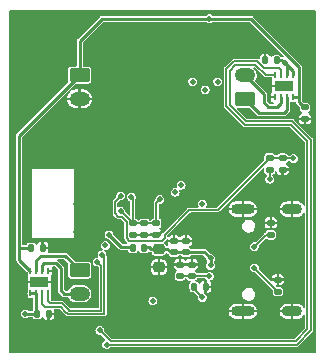
<source format=gbr>
%TF.GenerationSoftware,KiCad,Pcbnew,(6.0.4)*%
%TF.CreationDate,2023-01-28T19:19:13+00:00*%
%TF.ProjectId,PrettySmallRobot,50726574-7479-4536-9d61-6c6c526f626f,rev?*%
%TF.SameCoordinates,Original*%
%TF.FileFunction,Copper,L4,Bot*%
%TF.FilePolarity,Positive*%
%FSLAX46Y46*%
G04 Gerber Fmt 4.6, Leading zero omitted, Abs format (unit mm)*
G04 Created by KiCad (PCBNEW (6.0.4)) date 2023-01-28 19:19:13*
%MOMM*%
%LPD*%
G01*
G04 APERTURE LIST*
G04 Aperture macros list*
%AMRoundRect*
0 Rectangle with rounded corners*
0 $1 Rounding radius*
0 $2 $3 $4 $5 $6 $7 $8 $9 X,Y pos of 4 corners*
0 Add a 4 corners polygon primitive as box body*
4,1,4,$2,$3,$4,$5,$6,$7,$8,$9,$2,$3,0*
0 Add four circle primitives for the rounded corners*
1,1,$1+$1,$2,$3*
1,1,$1+$1,$4,$5*
1,1,$1+$1,$6,$7*
1,1,$1+$1,$8,$9*
0 Add four rect primitives between the rounded corners*
20,1,$1+$1,$2,$3,$4,$5,0*
20,1,$1+$1,$4,$5,$6,$7,0*
20,1,$1+$1,$6,$7,$8,$9,0*
20,1,$1+$1,$8,$9,$2,$3,0*%
G04 Aperture macros list end*
%TA.AperFunction,ComponentPad*%
%ADD10O,2.000000X0.900000*%
%TD*%
%TA.AperFunction,ComponentPad*%
%ADD11O,1.700000X0.900000*%
%TD*%
%TA.AperFunction,SMDPad,CuDef*%
%ADD12R,0.250000X0.500000*%
%TD*%
%TA.AperFunction,SMDPad,CuDef*%
%ADD13R,1.600000X0.900000*%
%TD*%
%TA.AperFunction,SMDPad,CuDef*%
%ADD14RoundRect,0.140000X0.140000X0.170000X-0.140000X0.170000X-0.140000X-0.170000X0.140000X-0.170000X0*%
%TD*%
%TA.AperFunction,SMDPad,CuDef*%
%ADD15RoundRect,0.135000X0.185000X-0.135000X0.185000X0.135000X-0.185000X0.135000X-0.185000X-0.135000X0*%
%TD*%
%TA.AperFunction,SMDPad,CuDef*%
%ADD16RoundRect,0.140000X-0.140000X-0.170000X0.140000X-0.170000X0.140000X0.170000X-0.140000X0.170000X0*%
%TD*%
%TA.AperFunction,ComponentPad*%
%ADD17RoundRect,0.250000X-0.625000X0.350000X-0.625000X-0.350000X0.625000X-0.350000X0.625000X0.350000X0*%
%TD*%
%TA.AperFunction,ComponentPad*%
%ADD18O,1.750000X1.200000*%
%TD*%
%TA.AperFunction,SMDPad,CuDef*%
%ADD19RoundRect,0.140000X-0.170000X0.140000X-0.170000X-0.140000X0.170000X-0.140000X0.170000X0.140000X0*%
%TD*%
%TA.AperFunction,ComponentPad*%
%ADD20RoundRect,0.250000X0.625000X-0.350000X0.625000X0.350000X-0.625000X0.350000X-0.625000X-0.350000X0*%
%TD*%
%TA.AperFunction,SMDPad,CuDef*%
%ADD21RoundRect,0.140000X0.170000X-0.140000X0.170000X0.140000X-0.170000X0.140000X-0.170000X-0.140000X0*%
%TD*%
%TA.AperFunction,SMDPad,CuDef*%
%ADD22RoundRect,0.135000X-0.185000X0.135000X-0.185000X-0.135000X0.185000X-0.135000X0.185000X0.135000X0*%
%TD*%
%TA.AperFunction,SMDPad,CuDef*%
%ADD23RoundRect,0.147500X0.147500X0.172500X-0.147500X0.172500X-0.147500X-0.172500X0.147500X-0.172500X0*%
%TD*%
%TA.AperFunction,SMDPad,CuDef*%
%ADD24RoundRect,0.225000X-0.250000X0.225000X-0.250000X-0.225000X0.250000X-0.225000X0.250000X0.225000X0*%
%TD*%
%TA.AperFunction,ViaPad*%
%ADD25C,0.460000*%
%TD*%
%TA.AperFunction,Conductor*%
%ADD26C,0.254000*%
%TD*%
%TA.AperFunction,Conductor*%
%ADD27C,0.150000*%
%TD*%
%TA.AperFunction,Conductor*%
%ADD28C,0.175000*%
%TD*%
G04 APERTURE END LIST*
D10*
%TO.P,J1,S1,SHIELD*%
%TO.N,GND*%
X190830000Y-122977503D03*
%TO.P,J1,S2,SHIELD*%
X190830000Y-114327503D03*
D11*
%TO.P,J1,S3,SHIELD*%
X195000000Y-122977503D03*
%TO.P,J1,S4,SHIELD*%
X195000000Y-114327503D03*
%TD*%
D12*
%TO.P,U2,1,VM*%
%TO.N,+BATT*%
X195050000Y-104850000D03*
%TO.P,U2,2,OUT1*%
%TO.N,/MOTORB_OUT1*%
X194550000Y-104850000D03*
%TO.P,U2,3,OUT2*%
%TO.N,/MOTORB_OUT2*%
X194050000Y-104850000D03*
%TO.P,U2,4,GND*%
%TO.N,GND*%
X193550000Y-104850000D03*
%TO.P,U2,5,IN2*%
%TO.N,/MOTORB_IN2*%
X193550000Y-102950000D03*
%TO.P,U2,6,IN1*%
%TO.N,/MOTORB_IN1*%
X194050000Y-102950000D03*
%TO.P,U2,7,~{SLEEP}*%
%TO.N,+3V3*%
X194550000Y-102950000D03*
%TO.P,U2,8,VCC*%
X195050000Y-102950000D03*
D13*
%TO.P,U2,9,GND*%
%TO.N,GND*%
X194300000Y-103900000D03*
%TD*%
D14*
%TO.P,C3,1*%
%TO.N,+3V3*%
X193680000Y-101700000D03*
%TO.P,C3,2*%
%TO.N,GND*%
X192720000Y-101700000D03*
%TD*%
D15*
%TO.P,R9,1*%
%TO.N,+3V3*%
X193100000Y-111010000D03*
%TO.P,R9,2*%
%TO.N,/~{RESET}*%
X193100000Y-109990000D03*
%TD*%
D16*
%TO.P,C10,1*%
%TO.N,+3V3*%
X186720000Y-120900000D03*
%TO.P,C10,2*%
%TO.N,GND*%
X187680000Y-120900000D03*
%TD*%
D17*
%TO.P,J9,1,Pin_1*%
%TO.N,/MOTORA_OUT1*%
X177000000Y-119500000D03*
D18*
%TO.P,J9,2,Pin_2*%
%TO.N,/MOTORA_OUT2*%
X177000000Y-121500000D03*
%TD*%
D19*
%TO.P,C2,1*%
%TO.N,+BATT*%
X196100000Y-105720000D03*
%TO.P,C2,2*%
%TO.N,GND*%
X196100000Y-106680000D03*
%TD*%
%TO.P,C24,1*%
%TO.N,/~{RESET}*%
X194200000Y-110020000D03*
%TO.P,C24,2*%
%TO.N,GND*%
X194200000Y-110980000D03*
%TD*%
D17*
%TO.P,J10,1,Pin_1*%
%TO.N,+BATT*%
X177000000Y-103000000D03*
D18*
%TO.P,J10,2,Pin_2*%
%TO.N,GND*%
X177000000Y-105000000D03*
%TD*%
D20*
%TO.P,J8,1,Pin_1*%
%TO.N,/MOTORB_OUT1*%
X191000000Y-105000000D03*
D18*
%TO.P,J8,2,Pin_2*%
%TO.N,/MOTORB_OUT2*%
X191000000Y-103000000D03*
%TD*%
D16*
%TO.P,C7,1*%
%TO.N,+BATT*%
X172920000Y-117600000D03*
%TO.P,C7,2*%
%TO.N,GND*%
X173880000Y-117600000D03*
%TD*%
D12*
%TO.P,U1,1,VM*%
%TO.N,+BATT*%
X172850000Y-119550000D03*
%TO.P,U1,2,OUT1*%
%TO.N,/MOTORA_OUT1*%
X173350000Y-119550000D03*
%TO.P,U1,3,OUT2*%
%TO.N,/MOTORA_OUT2*%
X173850000Y-119550000D03*
%TO.P,U1,4,GND*%
%TO.N,GND*%
X174350000Y-119550000D03*
%TO.P,U1,5,IN2*%
%TO.N,/MOTORA_IN2*%
X174350000Y-121450000D03*
%TO.P,U1,6,IN1*%
%TO.N,/MOTORA_IN1*%
X173850000Y-121450000D03*
%TO.P,U1,7,~{SLEEP}*%
%TO.N,+3V3*%
X173350000Y-121450000D03*
%TO.P,U1,8,VCC*%
X172850000Y-121450000D03*
D13*
%TO.P,U1,9,GND*%
%TO.N,GND*%
X173600000Y-120500000D03*
%TD*%
D16*
%TO.P,C6,1*%
%TO.N,+3V3*%
X173420000Y-123200000D03*
%TO.P,C6,2*%
%TO.N,GND*%
X174380000Y-123200000D03*
%TD*%
D19*
%TO.P,C20,1*%
%TO.N,/VDDA*%
X183496152Y-115531320D03*
%TO.P,C20,2*%
%TO.N,GND*%
X183496152Y-116491320D03*
%TD*%
D21*
%TO.P,C11,1*%
%TO.N,/VDD_SPI*%
X185500000Y-119980000D03*
%TO.P,C11,2*%
%TO.N,GND*%
X185500000Y-119020000D03*
%TD*%
D22*
%TO.P,R2,1*%
%TO.N,GND*%
X193200000Y-115490000D03*
%TO.P,R2,2*%
%TO.N,Net-(J1-PadB5)*%
X193200000Y-116510000D03*
%TD*%
%TO.P,R1,1*%
%TO.N,GND*%
X193800000Y-120290000D03*
%TO.P,R1,2*%
%TO.N,Net-(J1-PadA5)*%
X193800000Y-121310000D03*
%TD*%
D19*
%TO.P,C19,1*%
%TO.N,/VDDA*%
X181500000Y-115540000D03*
%TO.P,C19,2*%
%TO.N,GND*%
X181500000Y-116500000D03*
%TD*%
D21*
%TO.P,C5,1*%
%TO.N,+3V3*%
X186000000Y-117980000D03*
%TO.P,C5,2*%
%TO.N,GND*%
X186000000Y-117020000D03*
%TD*%
%TO.P,C4,1*%
%TO.N,+3V3*%
X185000000Y-117980000D03*
%TO.P,C4,2*%
%TO.N,GND*%
X185000000Y-117020000D03*
%TD*%
D23*
%TO.P,L1,1*%
%TO.N,+3V3*%
X182477296Y-117624897D03*
%TO.P,L1,2*%
%TO.N,/VDD3P3*%
X181507296Y-117624897D03*
%TD*%
D21*
%TO.P,C16,1*%
%TO.N,/VDD_SPI*%
X186500000Y-119980000D03*
%TO.P,C16,2*%
%TO.N,GND*%
X186500000Y-119020000D03*
%TD*%
D24*
%TO.P,C1,2*%
%TO.N,GND*%
X183718091Y-119241600D03*
%TO.P,C1,1*%
%TO.N,+3V3*%
X183718091Y-117691600D03*
%TD*%
D19*
%TO.P,C18,1*%
%TO.N,/VDDA*%
X182496227Y-115538867D03*
%TO.P,C18,2*%
%TO.N,GND*%
X182496227Y-116498867D03*
%TD*%
D25*
%TO.N,GND*%
X192400000Y-103300000D03*
X192700000Y-103900000D03*
%TO.N,/VDDA*%
X181400000Y-113300000D03*
%TO.N,+3V3*%
X172400000Y-123200000D03*
%TO.N,/MOTORA_IN2*%
X178500000Y-118800000D03*
%TO.N,/MOTORA_IN1*%
X178900000Y-118200000D03*
%TO.N,GND*%
X181700000Y-118700000D03*
X184700000Y-115300000D03*
X186300000Y-116100000D03*
X181700000Y-119700000D03*
%TO.N,+3V3*%
X187400000Y-121800000D03*
%TO.N,/VDDA*%
X183800000Y-113500000D03*
%TO.N,+3V3*%
X188100000Y-118500000D03*
X188100000Y-119100000D03*
%TO.N,Net-(J1-PadA5)*%
X191800000Y-119300000D03*
%TO.N,Net-(J1-PadB5)*%
X191800000Y-117500000D03*
%TO.N,+3V3*%
X183200000Y-122100000D03*
X185600000Y-112300000D03*
X185100000Y-112900000D03*
%TO.N,/BOOT*%
X179200000Y-117400000D03*
X187400000Y-113900000D03*
%TO.N,/~{RESET}*%
X180500000Y-113200000D03*
X195116733Y-110029643D03*
%TO.N,+3V3*%
X193100000Y-111800000D03*
%TO.N,/MOTORB_IN1*%
X178725265Y-124590366D03*
%TO.N,/MOTORB_IN2*%
X179300000Y-125800000D03*
%TO.N,+3V3*%
X194400000Y-102000000D03*
X186584294Y-103549480D03*
X187633289Y-104232317D03*
X188700000Y-103544532D03*
%TO.N,+BATT*%
X188000000Y-98200000D03*
%TO.N,GND*%
X184300000Y-112800000D03*
X184500000Y-112300000D03*
X185100000Y-111900000D03*
X185900000Y-111600000D03*
X186600000Y-111000000D03*
X187200000Y-110400000D03*
X187200000Y-109600000D03*
X187100000Y-108800000D03*
X186800000Y-108000000D03*
X185800000Y-107600000D03*
X184700000Y-107400000D03*
X183700000Y-107400000D03*
X182800000Y-107400000D03*
X182000000Y-107600000D03*
X181100000Y-107900000D03*
X180400000Y-108500000D03*
X180000000Y-109300000D03*
X180000000Y-110300000D03*
X180300000Y-111300000D03*
X181200000Y-111300000D03*
X181500000Y-111900000D03*
X181500000Y-112600000D03*
X178700000Y-116300000D03*
X178000000Y-116300000D03*
X177300000Y-116300000D03*
X176700000Y-116300000D03*
X178500000Y-114100000D03*
X178000000Y-114600000D03*
X177400000Y-114600000D03*
X177200000Y-114100000D03*
X176700000Y-113900000D03*
X179200000Y-113800000D03*
%TO.N,/VDD_SPI*%
X188000000Y-120000000D03*
%TO.N,/VDDA*%
X180500000Y-114500000D03*
%TO.N,/VDD3P3*%
X179500000Y-116500000D03*
%TD*%
D26*
%TO.N,+3V3*%
X188100000Y-119100000D02*
X188100000Y-118500000D01*
D27*
%TO.N,/VDDA*%
X181500000Y-113400000D02*
X181400000Y-113300000D01*
X181500000Y-115540000D02*
X181500000Y-113400000D01*
D26*
%TO.N,GND*%
X184700000Y-115400000D02*
X184700000Y-115300000D01*
X183608680Y-116491320D02*
X184700000Y-115400000D01*
X183496152Y-116491320D02*
X183608680Y-116491320D01*
%TO.N,+3V3*%
X173420000Y-123200000D02*
X172400000Y-123200000D01*
X173350000Y-121450000D02*
X172850000Y-121450000D01*
D27*
%TO.N,/MOTORA_IN2*%
X178823480Y-119123480D02*
X178500000Y-118800000D01*
X178823480Y-119200000D02*
X178823480Y-119123480D01*
X176123480Y-122923480D02*
X178800000Y-122923480D01*
X176100000Y-122900000D02*
X176123480Y-122923480D01*
X175500000Y-122300000D02*
X176100000Y-122900000D01*
X174500000Y-122300000D02*
X175500000Y-122300000D01*
X178823480Y-122900000D02*
X178823480Y-119200000D01*
X178800000Y-122923480D02*
X178823480Y-122900000D01*
X174350000Y-122150000D02*
X174500000Y-122300000D01*
X174350000Y-121450000D02*
X174350000Y-122150000D01*
%TO.N,/MOTORA_IN1*%
X179100000Y-118400000D02*
X178900000Y-118200000D01*
X179100000Y-123200000D02*
X179100000Y-118400000D01*
X175400000Y-122600000D02*
X175800000Y-123000000D01*
X175800000Y-123000000D02*
X176000000Y-123200000D01*
X176000000Y-123200000D02*
X179100000Y-123200000D01*
X175300000Y-122600000D02*
X175400000Y-122600000D01*
X174100000Y-122600000D02*
X175300000Y-122600000D01*
X173850000Y-122350000D02*
X174100000Y-122600000D01*
X173850000Y-121450000D02*
X173850000Y-122350000D01*
D26*
%TO.N,+3V3*%
X173350000Y-121450000D02*
X173350000Y-123130000D01*
X173350000Y-123130000D02*
X173420000Y-123200000D01*
%TO.N,+BATT*%
X172920000Y-117600000D02*
X171900000Y-117600000D01*
X171900000Y-117600000D02*
X171900000Y-118600000D01*
X171900000Y-108100000D02*
X171900000Y-117600000D01*
%TO.N,/MOTORA_OUT2*%
X175700000Y-121500000D02*
X177000000Y-121500000D01*
X175400000Y-121200000D02*
X175700000Y-121500000D01*
X175400000Y-119300000D02*
X175400000Y-121200000D01*
X175000000Y-118900000D02*
X175400000Y-119300000D01*
X173850000Y-119550000D02*
X173850000Y-119046000D01*
X173850000Y-119046000D02*
X173996000Y-118900000D01*
X173996000Y-118900000D02*
X175000000Y-118900000D01*
%TO.N,/MOTORA_OUT1*%
X173350000Y-118650000D02*
X173350000Y-119550000D01*
X173700000Y-118300000D02*
X173350000Y-118650000D01*
X175800000Y-118300000D02*
X173700000Y-118300000D01*
X177000000Y-119500000D02*
X175800000Y-118300000D01*
D27*
%TO.N,+3V3*%
X186720000Y-121120000D02*
X187400000Y-121800000D01*
X186720000Y-120900000D02*
X186720000Y-121120000D01*
%TO.N,/VDDA*%
X183496152Y-113803848D02*
X183800000Y-113500000D01*
X183496152Y-115531320D02*
X183496152Y-113803848D01*
%TO.N,/~{RESET}*%
X180000000Y-113700000D02*
X180500000Y-113200000D01*
X180000000Y-114700000D02*
X180000000Y-113700000D01*
X180591264Y-115000000D02*
X180300000Y-115000000D01*
X180300000Y-115000000D02*
X180000000Y-114700000D01*
X180988480Y-115397216D02*
X180591264Y-115000000D01*
X181193497Y-116986479D02*
X180988480Y-116781462D01*
X184013521Y-116986479D02*
X181193497Y-116986479D01*
X180988480Y-116781462D02*
X180988480Y-115397216D01*
X184200000Y-116800000D02*
X184013521Y-116986479D01*
X186300000Y-114400000D02*
X184200000Y-116500000D01*
X184200000Y-116500000D02*
X184200000Y-116800000D01*
X188690000Y-114400000D02*
X186300000Y-114400000D01*
X193100000Y-109990000D02*
X188690000Y-114400000D01*
D26*
%TO.N,+3V3*%
X187580000Y-117980000D02*
X186000000Y-117980000D01*
X188100000Y-118500000D02*
X187580000Y-117980000D01*
D27*
%TO.N,Net-(J1-PadA5)*%
X191800000Y-119310000D02*
X193800000Y-121310000D01*
X191800000Y-119300000D02*
X191800000Y-119310000D01*
%TO.N,Net-(J1-PadB5)*%
X192790000Y-116510000D02*
X193200000Y-116510000D01*
X191800000Y-117500000D02*
X192790000Y-116510000D01*
%TO.N,/~{RESET}*%
X195107090Y-110020000D02*
X195116733Y-110029643D01*
X194200000Y-110020000D02*
X195107090Y-110020000D01*
%TO.N,+3V3*%
X193100000Y-111010000D02*
X193100000Y-111800000D01*
%TO.N,/~{RESET}*%
X194170000Y-109990000D02*
X194200000Y-110020000D01*
X193100000Y-109990000D02*
X194170000Y-109990000D01*
%TO.N,/MOTORB_IN1*%
X179639370Y-125504471D02*
X178725265Y-124590366D01*
X195304471Y-125504471D02*
X179639370Y-125504471D01*
X196300000Y-124508942D02*
X195304471Y-125504471D01*
X196300000Y-108591058D02*
X196300000Y-124508942D01*
X195754471Y-108045529D02*
X196300000Y-108591058D01*
%TO.N,/MOTORB_IN2*%
X195400000Y-125800000D02*
X179300000Y-125800000D01*
X196600000Y-124600000D02*
X195400000Y-125800000D01*
X196600000Y-108500000D02*
X196600000Y-124600000D01*
X195000000Y-106900000D02*
X196600000Y-108500000D01*
X189700000Y-102600000D02*
X189700000Y-105500000D01*
X190200000Y-102100000D02*
X189700000Y-102600000D01*
X192750000Y-102950000D02*
X191900000Y-102100000D01*
X191900000Y-102100000D02*
X190200000Y-102100000D01*
X191100000Y-106900000D02*
X195000000Y-106900000D01*
X193550000Y-102950000D02*
X192750000Y-102950000D01*
X189700000Y-105500000D02*
X191100000Y-106900000D01*
%TO.N,/MOTORB_IN1*%
X194885462Y-107176520D02*
X195754471Y-108045529D01*
X190985462Y-107176520D02*
X194885462Y-107176520D01*
X189423480Y-102476520D02*
X189423480Y-105614538D01*
X190100000Y-101800000D02*
X189423480Y-102476520D01*
X189423480Y-105614538D02*
X190985462Y-107176520D01*
X192000000Y-101800000D02*
X190100000Y-101800000D01*
X194050000Y-102550000D02*
X193900000Y-102400000D01*
X192600000Y-102400000D02*
X192000000Y-101800000D01*
X194050000Y-102950000D02*
X194050000Y-102550000D01*
X193900000Y-102400000D02*
X192600000Y-102400000D01*
D26*
%TO.N,/MOTORB_OUT2*%
X193704000Y-105700000D02*
X194050000Y-105354000D01*
X193000000Y-105700000D02*
X193704000Y-105700000D01*
X192600000Y-105300000D02*
X193000000Y-105700000D01*
X191000000Y-103000000D02*
X192600000Y-104600000D01*
X192600000Y-104600000D02*
X192600000Y-105300000D01*
X194050000Y-105354000D02*
X194050000Y-104850000D01*
%TO.N,/MOTORB_OUT1*%
X194550000Y-105950000D02*
X194550000Y-104850000D01*
X194300000Y-106200000D02*
X194550000Y-105950000D01*
X192200000Y-106200000D02*
X194300000Y-106200000D01*
X191000000Y-105000000D02*
X192200000Y-106200000D01*
%TO.N,+3V3*%
X195050000Y-102650000D02*
X195050000Y-102950000D01*
X194550000Y-102150000D02*
X195050000Y-102650000D01*
X194550000Y-102150000D02*
X194550000Y-102950000D01*
X194400000Y-102000000D02*
X194550000Y-102150000D01*
X194100000Y-101700000D02*
X194400000Y-102000000D01*
X193680000Y-101700000D02*
X194100000Y-101700000D01*
%TO.N,+BATT*%
X195600000Y-105300000D02*
X195600000Y-104800000D01*
X196020000Y-105720000D02*
X195600000Y-105300000D01*
X196100000Y-105720000D02*
X196020000Y-105720000D01*
X195600000Y-102300000D02*
X195600000Y-104800000D01*
X195550000Y-104850000D02*
X195050000Y-104850000D01*
X191500000Y-98200000D02*
X195600000Y-102300000D01*
X188000000Y-98200000D02*
X191500000Y-98200000D01*
X195600000Y-104800000D02*
X195550000Y-104850000D01*
X178900000Y-98200000D02*
X188000000Y-98200000D01*
X177000000Y-100100000D02*
X178900000Y-98200000D01*
X177000000Y-103000000D02*
X177000000Y-100100000D01*
X171900000Y-118600000D02*
X172850000Y-119550000D01*
X177000000Y-103000000D02*
X171900000Y-108100000D01*
D28*
%TO.N,/VDD_SPI*%
X187980000Y-119980000D02*
X188000000Y-120000000D01*
X186500000Y-119980000D02*
X187980000Y-119980000D01*
X185500000Y-119980000D02*
X186500000Y-119980000D01*
%TO.N,/VDDA*%
X181500000Y-115500000D02*
X180500000Y-114500000D01*
X181500000Y-115540000D02*
X181500000Y-115500000D01*
X181501133Y-115538867D02*
X181500000Y-115540000D01*
X182496227Y-115538867D02*
X181501133Y-115538867D01*
X182503774Y-115531320D02*
X182496227Y-115538867D01*
X183496152Y-115531320D02*
X182503774Y-115531320D01*
D26*
%TO.N,/VDD3P3*%
X180500000Y-117500000D02*
X179500000Y-116500000D01*
X181515000Y-117500000D02*
X180500000Y-117500000D01*
%TO.N,+3V3*%
X182876541Y-117500000D02*
X182485000Y-117500000D01*
X183068141Y-117691600D02*
X182876541Y-117500000D01*
X183718091Y-117691600D02*
X183068141Y-117691600D01*
X184423061Y-117673426D02*
X183736265Y-117673426D01*
X183736265Y-117673426D02*
X183718091Y-117691600D01*
X184729635Y-117980000D02*
X184423061Y-117673426D01*
X185000000Y-117980000D02*
X184729635Y-117980000D01*
X186000000Y-117980000D02*
X185000000Y-117980000D01*
%TD*%
%TA.AperFunction,Conductor*%
%TO.N,GND*%
G36*
X196973566Y-97518313D02*
G01*
X196998876Y-97562150D01*
X197000000Y-97575000D01*
X197000000Y-126425000D01*
X196982687Y-126472566D01*
X196938850Y-126497876D01*
X196926000Y-126499000D01*
X171125000Y-126499000D01*
X171077434Y-126481687D01*
X171052124Y-126437850D01*
X171051000Y-126425000D01*
X171051000Y-123200000D01*
X172024882Y-123200000D01*
X172025793Y-123205752D01*
X172027678Y-123217654D01*
X172043242Y-123315918D01*
X172045885Y-123321106D01*
X172045886Y-123321108D01*
X172062090Y-123352909D01*
X172096523Y-123420489D01*
X172179511Y-123503477D01*
X172229489Y-123528942D01*
X172278892Y-123554114D01*
X172278894Y-123554115D01*
X172284082Y-123556758D01*
X172400000Y-123575118D01*
X172515918Y-123556758D01*
X172521106Y-123554115D01*
X172521108Y-123554114D01*
X172570511Y-123528942D01*
X172620489Y-123503477D01*
X172647792Y-123476174D01*
X172693668Y-123454782D01*
X172700118Y-123454500D01*
X172975187Y-123454500D01*
X173022753Y-123471813D01*
X173036716Y-123487388D01*
X173081301Y-123554114D01*
X173087143Y-123562857D01*
X173175627Y-123621980D01*
X173182770Y-123623401D01*
X173182773Y-123623402D01*
X173250082Y-123636790D01*
X173250083Y-123636790D01*
X173253652Y-123637500D01*
X173586348Y-123637500D01*
X173589917Y-123636790D01*
X173589918Y-123636790D01*
X173657227Y-123623402D01*
X173657230Y-123623401D01*
X173664373Y-123621980D01*
X173752857Y-123562857D01*
X173798748Y-123494176D01*
X173839570Y-123464245D01*
X173890081Y-123467556D01*
X173927344Y-123504015D01*
X173954457Y-123562158D01*
X173961769Y-123572601D01*
X174037399Y-123648231D01*
X174047842Y-123655543D01*
X174145513Y-123701088D01*
X174156258Y-123704220D01*
X174197753Y-123709683D01*
X174202588Y-123710000D01*
X174266952Y-123710000D01*
X174276948Y-123706362D01*
X174280000Y-123701075D01*
X174280000Y-123696952D01*
X174480000Y-123696952D01*
X174483638Y-123706948D01*
X174488925Y-123710000D01*
X174557412Y-123710000D01*
X174562247Y-123709683D01*
X174603742Y-123704220D01*
X174614487Y-123701088D01*
X174712158Y-123655543D01*
X174722601Y-123648231D01*
X174798231Y-123572601D01*
X174805543Y-123562158D01*
X174851088Y-123464487D01*
X174854220Y-123453742D01*
X174859683Y-123412247D01*
X174860000Y-123407412D01*
X174860000Y-123313048D01*
X174856362Y-123303052D01*
X174851075Y-123300000D01*
X174493048Y-123300000D01*
X174483052Y-123303638D01*
X174480000Y-123308925D01*
X174480000Y-123696952D01*
X174280000Y-123696952D01*
X174280000Y-123174000D01*
X174297313Y-123126434D01*
X174341150Y-123101124D01*
X174354000Y-123100000D01*
X174846952Y-123100000D01*
X174856948Y-123096362D01*
X174860000Y-123091075D01*
X174860000Y-122992588D01*
X174859683Y-122987753D01*
X174854220Y-122946258D01*
X174851088Y-122935511D01*
X174838154Y-122907775D01*
X174833741Y-122857348D01*
X174862775Y-122815883D01*
X174905220Y-122802500D01*
X175285470Y-122802500D01*
X175333036Y-122819813D01*
X175337796Y-122824174D01*
X175824753Y-123311131D01*
X175830339Y-123317389D01*
X175833838Y-123321787D01*
X175837446Y-123329301D01*
X175861591Y-123348610D01*
X175867691Y-123354069D01*
X175872955Y-123359333D01*
X175876466Y-123361540D01*
X175876469Y-123361542D01*
X175878948Y-123363100D01*
X175885790Y-123367962D01*
X175903090Y-123381798D01*
X175903091Y-123381799D01*
X175909599Y-123387003D01*
X175917722Y-123388871D01*
X175920933Y-123390423D01*
X175924292Y-123391599D01*
X175931349Y-123396035D01*
X175952760Y-123398456D01*
X175961648Y-123399461D01*
X175969912Y-123400873D01*
X175972908Y-123401562D01*
X175972911Y-123401562D01*
X175976989Y-123402500D01*
X175984360Y-123402500D01*
X175992672Y-123402968D01*
X176023153Y-123406414D01*
X176031019Y-123403667D01*
X176037313Y-123402961D01*
X176045562Y-123402500D01*
X179092894Y-123402500D01*
X179137682Y-123402539D01*
X179137683Y-123402539D01*
X179146017Y-123402546D01*
X179159701Y-123395975D01*
X179175274Y-123390537D01*
X179181947Y-123389015D01*
X179181948Y-123389015D01*
X179190074Y-123387161D01*
X179196591Y-123381968D01*
X179196593Y-123381967D01*
X179201751Y-123377856D01*
X179215837Y-123369020D01*
X179221786Y-123366163D01*
X179221787Y-123366162D01*
X179229301Y-123362554D01*
X179238781Y-123350700D01*
X179250454Y-123339047D01*
X179262328Y-123329585D01*
X179268820Y-123316125D01*
X179277672Y-123302070D01*
X179287003Y-123290401D01*
X179290405Y-123275609D01*
X179295869Y-123260048D01*
X179298847Y-123253874D01*
X179302466Y-123246371D01*
X179302486Y-123223071D01*
X179302500Y-123223011D01*
X179302500Y-123207106D01*
X179302520Y-123184170D01*
X179302546Y-123154253D01*
X179302546Y-123153983D01*
X179302506Y-123153900D01*
X179302500Y-123153844D01*
X179302500Y-123085551D01*
X189635513Y-123085551D01*
X189636147Y-123095623D01*
X189637878Y-123104696D01*
X189685749Y-123252029D01*
X189689684Y-123260392D01*
X189772691Y-123391191D01*
X189778580Y-123398309D01*
X189891512Y-123504359D01*
X189898978Y-123509783D01*
X190034741Y-123584420D01*
X190043324Y-123587818D01*
X190193379Y-123626346D01*
X190202538Y-123627503D01*
X190716952Y-123627503D01*
X190726948Y-123623865D01*
X190730000Y-123618578D01*
X190730000Y-123614455D01*
X190930000Y-123614455D01*
X190933638Y-123624451D01*
X190938925Y-123627503D01*
X191418563Y-123627503D01*
X191423211Y-123627210D01*
X191538312Y-123612670D01*
X191547264Y-123610371D01*
X191691298Y-123553344D01*
X191699397Y-123548891D01*
X191824724Y-123457835D01*
X191831460Y-123451510D01*
X191930206Y-123332147D01*
X191935158Y-123324344D01*
X192001119Y-123184170D01*
X192003972Y-123175389D01*
X192020200Y-123090320D01*
X192019427Y-123085551D01*
X193955513Y-123085551D01*
X193956147Y-123095623D01*
X193957878Y-123104696D01*
X194005749Y-123252029D01*
X194009684Y-123260392D01*
X194092691Y-123391191D01*
X194098580Y-123398309D01*
X194211512Y-123504359D01*
X194218978Y-123509783D01*
X194354741Y-123584420D01*
X194363324Y-123587818D01*
X194513379Y-123626346D01*
X194522538Y-123627503D01*
X194886952Y-123627503D01*
X194896948Y-123623865D01*
X194900000Y-123618578D01*
X194900000Y-123090551D01*
X194896362Y-123080555D01*
X194891075Y-123077503D01*
X193968055Y-123077503D01*
X193958059Y-123081141D01*
X193955513Y-123085551D01*
X192019427Y-123085551D01*
X192018499Y-123079820D01*
X192015815Y-123077503D01*
X190943048Y-123077503D01*
X190933052Y-123081141D01*
X190930000Y-123086428D01*
X190930000Y-123614455D01*
X190730000Y-123614455D01*
X190730000Y-123090551D01*
X190726362Y-123080555D01*
X190721075Y-123077503D01*
X189648055Y-123077503D01*
X189638059Y-123081141D01*
X189635513Y-123085551D01*
X179302500Y-123085551D01*
X179302500Y-122864686D01*
X189639800Y-122864686D01*
X189641501Y-122875186D01*
X189644185Y-122877503D01*
X190716952Y-122877503D01*
X190726948Y-122873865D01*
X190730000Y-122868578D01*
X190730000Y-122864455D01*
X190930000Y-122864455D01*
X190933638Y-122874451D01*
X190938925Y-122877503D01*
X192011945Y-122877503D01*
X192021941Y-122873865D01*
X192024487Y-122869455D01*
X192024187Y-122864686D01*
X193959800Y-122864686D01*
X193961501Y-122875186D01*
X193964185Y-122877503D01*
X194886952Y-122877503D01*
X194896948Y-122873865D01*
X194900000Y-122868578D01*
X194900000Y-122340551D01*
X194896362Y-122330555D01*
X194891075Y-122327503D01*
X194561437Y-122327503D01*
X194556789Y-122327796D01*
X194441688Y-122342336D01*
X194432736Y-122344635D01*
X194288702Y-122401662D01*
X194280603Y-122406115D01*
X194155276Y-122497171D01*
X194148540Y-122503496D01*
X194049794Y-122622859D01*
X194044842Y-122630662D01*
X193978881Y-122770836D01*
X193976028Y-122779617D01*
X193959800Y-122864686D01*
X192024187Y-122864686D01*
X192023853Y-122859383D01*
X192022122Y-122850310D01*
X191974251Y-122702977D01*
X191970316Y-122694614D01*
X191887309Y-122563815D01*
X191881420Y-122556697D01*
X191768488Y-122450647D01*
X191761022Y-122445223D01*
X191625259Y-122370586D01*
X191616676Y-122367188D01*
X191466621Y-122328660D01*
X191457462Y-122327503D01*
X190943048Y-122327503D01*
X190933052Y-122331141D01*
X190930000Y-122336428D01*
X190930000Y-122864455D01*
X190730000Y-122864455D01*
X190730000Y-122340551D01*
X190726362Y-122330555D01*
X190721075Y-122327503D01*
X190241437Y-122327503D01*
X190236789Y-122327796D01*
X190121688Y-122342336D01*
X190112736Y-122344635D01*
X189968702Y-122401662D01*
X189960603Y-122406115D01*
X189835276Y-122497171D01*
X189828540Y-122503496D01*
X189729794Y-122622859D01*
X189724842Y-122630662D01*
X189658881Y-122770836D01*
X189656028Y-122779617D01*
X189639800Y-122864686D01*
X179302500Y-122864686D01*
X179302500Y-122100000D01*
X182824882Y-122100000D01*
X182843242Y-122215918D01*
X182845885Y-122221106D01*
X182845886Y-122221108D01*
X182855550Y-122240074D01*
X182896523Y-122320489D01*
X182979511Y-122403477D01*
X183008619Y-122418308D01*
X183078892Y-122454114D01*
X183078894Y-122454115D01*
X183084082Y-122456758D01*
X183200000Y-122475118D01*
X183315918Y-122456758D01*
X183321106Y-122454115D01*
X183321108Y-122454114D01*
X183391381Y-122418308D01*
X183420489Y-122403477D01*
X183503477Y-122320489D01*
X183544450Y-122240074D01*
X183554114Y-122221108D01*
X183554115Y-122221106D01*
X183556758Y-122215918D01*
X183575118Y-122100000D01*
X183556758Y-121984082D01*
X183503477Y-121879511D01*
X183420489Y-121796523D01*
X183347799Y-121759486D01*
X183321108Y-121745886D01*
X183321106Y-121745885D01*
X183315918Y-121743242D01*
X183200000Y-121724882D01*
X183084082Y-121743242D01*
X183078894Y-121745885D01*
X183078892Y-121745886D01*
X183052201Y-121759486D01*
X182979511Y-121796523D01*
X182896523Y-121879511D01*
X182843242Y-121984082D01*
X182824882Y-122100000D01*
X179302500Y-122100000D01*
X179302500Y-119497141D01*
X183043092Y-119497141D01*
X183043547Y-119502924D01*
X183057942Y-119593815D01*
X183061499Y-119604761D01*
X183117327Y-119714331D01*
X183124092Y-119723642D01*
X183211049Y-119810599D01*
X183220360Y-119817364D01*
X183329929Y-119873192D01*
X183340877Y-119876750D01*
X183431767Y-119891145D01*
X183437549Y-119891600D01*
X183605043Y-119891600D01*
X183615039Y-119887962D01*
X183618091Y-119882675D01*
X183618091Y-119878551D01*
X183818091Y-119878551D01*
X183821729Y-119888547D01*
X183827016Y-119891599D01*
X183998632Y-119891599D01*
X184004415Y-119891144D01*
X184095306Y-119876749D01*
X184106252Y-119873192D01*
X184215822Y-119817364D01*
X184225133Y-119810599D01*
X184312090Y-119723642D01*
X184318855Y-119714331D01*
X184374683Y-119604762D01*
X184378241Y-119593814D01*
X184392636Y-119502924D01*
X184393091Y-119497142D01*
X184393091Y-119354648D01*
X184389453Y-119344652D01*
X184384166Y-119341600D01*
X183831139Y-119341600D01*
X183821143Y-119345238D01*
X183818091Y-119350525D01*
X183818091Y-119878551D01*
X183618091Y-119878551D01*
X183618091Y-119354648D01*
X183614453Y-119344652D01*
X183609166Y-119341600D01*
X183056140Y-119341600D01*
X183046144Y-119345238D01*
X183043092Y-119350525D01*
X183043092Y-119497141D01*
X179302500Y-119497141D01*
X179302500Y-119197412D01*
X184990000Y-119197412D01*
X184990317Y-119202247D01*
X184995780Y-119243742D01*
X184998912Y-119254487D01*
X185044457Y-119352158D01*
X185051769Y-119362601D01*
X185127399Y-119438231D01*
X185137842Y-119445543D01*
X185195985Y-119472656D01*
X185231778Y-119508449D01*
X185236189Y-119558876D01*
X185205824Y-119601252D01*
X185137143Y-119647143D01*
X185078020Y-119735627D01*
X185076599Y-119742770D01*
X185076598Y-119742773D01*
X185069291Y-119779511D01*
X185062500Y-119813652D01*
X185062500Y-120146348D01*
X185063210Y-120149917D01*
X185063210Y-120149918D01*
X185076598Y-120217227D01*
X185076599Y-120217230D01*
X185078020Y-120224373D01*
X185137143Y-120312857D01*
X185225627Y-120371980D01*
X185232770Y-120373401D01*
X185232773Y-120373402D01*
X185300082Y-120386790D01*
X185300083Y-120386790D01*
X185303652Y-120387500D01*
X185696348Y-120387500D01*
X185699917Y-120386790D01*
X185699918Y-120386790D01*
X185767227Y-120373402D01*
X185767230Y-120373401D01*
X185774373Y-120371980D01*
X185862857Y-120312857D01*
X185919632Y-120227887D01*
X185960452Y-120197956D01*
X185981160Y-120195000D01*
X186018840Y-120195000D01*
X186066406Y-120212313D01*
X186080368Y-120227886D01*
X186137143Y-120312857D01*
X186225627Y-120371980D01*
X186232770Y-120373401D01*
X186232773Y-120373402D01*
X186300082Y-120386790D01*
X186300083Y-120386790D01*
X186303652Y-120387500D01*
X186367154Y-120387500D01*
X186414720Y-120404813D01*
X186440030Y-120448650D01*
X186431240Y-120498500D01*
X186408266Y-120523029D01*
X186387143Y-120537143D01*
X186328020Y-120625627D01*
X186326599Y-120632770D01*
X186326598Y-120632773D01*
X186325919Y-120636189D01*
X186312500Y-120703652D01*
X186312500Y-121096348D01*
X186313210Y-121099917D01*
X186313210Y-121099918D01*
X186326598Y-121167227D01*
X186326599Y-121167230D01*
X186328020Y-121174373D01*
X186387143Y-121262857D01*
X186475627Y-121321980D01*
X186482770Y-121323401D01*
X186482773Y-121323402D01*
X186550082Y-121336790D01*
X186550083Y-121336790D01*
X186553652Y-121337500D01*
X186620470Y-121337500D01*
X186668036Y-121354813D01*
X186672796Y-121359174D01*
X187010354Y-121696732D01*
X187031746Y-121742608D01*
X187031117Y-121760635D01*
X187026139Y-121792065D01*
X187024882Y-121800000D01*
X187043242Y-121915918D01*
X187045885Y-121921106D01*
X187045886Y-121921108D01*
X187054879Y-121938757D01*
X187096523Y-122020489D01*
X187179511Y-122103477D01*
X187208411Y-122118202D01*
X187278892Y-122154114D01*
X187278894Y-122154115D01*
X187284082Y-122156758D01*
X187400000Y-122175118D01*
X187515918Y-122156758D01*
X187521106Y-122154115D01*
X187521108Y-122154114D01*
X187591589Y-122118202D01*
X187620489Y-122103477D01*
X187703477Y-122020489D01*
X187745121Y-121938757D01*
X187754114Y-121921108D01*
X187754115Y-121921106D01*
X187756758Y-121915918D01*
X187775118Y-121800000D01*
X187756758Y-121684082D01*
X187748717Y-121668299D01*
X187706119Y-121584697D01*
X187703477Y-121579511D01*
X187701360Y-121577394D01*
X190765420Y-121577394D01*
X190766417Y-121582338D01*
X190766417Y-121582340D01*
X190793394Y-121716126D01*
X190795233Y-121725246D01*
X190863707Y-121859635D01*
X190907139Y-121906867D01*
X190962382Y-121966944D01*
X190962386Y-121966947D01*
X190965799Y-121970659D01*
X190970085Y-121973316D01*
X190970088Y-121973319D01*
X191041843Y-122017808D01*
X191093986Y-122050138D01*
X191149003Y-122066122D01*
X191235103Y-122091137D01*
X191235106Y-122091138D01*
X191238825Y-122092218D01*
X191243697Y-122092576D01*
X191248160Y-122092904D01*
X191248174Y-122092904D01*
X191249515Y-122093003D01*
X191357785Y-122093003D01*
X191469432Y-122077709D01*
X191607855Y-122017808D01*
X191705475Y-121938757D01*
X191721151Y-121926063D01*
X191721153Y-121926061D01*
X191725070Y-121922889D01*
X191765238Y-121866367D01*
X191809521Y-121804056D01*
X191809523Y-121804053D01*
X191812442Y-121799945D01*
X191815331Y-121791922D01*
X191861824Y-121662782D01*
X191863533Y-121658035D01*
X191864983Y-121638300D01*
X191874210Y-121512645D01*
X191874580Y-121507612D01*
X191871515Y-121492409D01*
X191845764Y-121364703D01*
X191845763Y-121364701D01*
X191844767Y-121359760D01*
X191776293Y-121225371D01*
X191715209Y-121158943D01*
X191677618Y-121118062D01*
X191677614Y-121118059D01*
X191674201Y-121114347D01*
X191669915Y-121111690D01*
X191669912Y-121111687D01*
X191559152Y-121043014D01*
X191546014Y-121034868D01*
X191458016Y-121009302D01*
X191404897Y-120993869D01*
X191404894Y-120993868D01*
X191401175Y-120992788D01*
X191396303Y-120992430D01*
X191391840Y-120992102D01*
X191391826Y-120992102D01*
X191390485Y-120992003D01*
X191282215Y-120992003D01*
X191170568Y-121007297D01*
X191032145Y-121067198D01*
X190977206Y-121111687D01*
X190918849Y-121158943D01*
X190918847Y-121158945D01*
X190914930Y-121162117D01*
X190894347Y-121191080D01*
X190830479Y-121280950D01*
X190830477Y-121280953D01*
X190827558Y-121285061D01*
X190825850Y-121289805D01*
X190785157Y-121402833D01*
X190776467Y-121426971D01*
X190776098Y-121432000D01*
X190776097Y-121432003D01*
X190772196Y-121485121D01*
X190765420Y-121577394D01*
X187701360Y-121577394D01*
X187620489Y-121496523D01*
X187615303Y-121493881D01*
X187610588Y-121490455D01*
X187611438Y-121489286D01*
X187581579Y-121457264D01*
X187579441Y-121416427D01*
X187579157Y-121416402D01*
X187579334Y-121414383D01*
X187578932Y-121406715D01*
X187580000Y-121404259D01*
X187580000Y-121396952D01*
X187780000Y-121396952D01*
X187783638Y-121406948D01*
X187788925Y-121410000D01*
X187857412Y-121410000D01*
X187862247Y-121409683D01*
X187903742Y-121404220D01*
X187914487Y-121401088D01*
X188012158Y-121355543D01*
X188022601Y-121348231D01*
X188098231Y-121272601D01*
X188105543Y-121262158D01*
X188151088Y-121164487D01*
X188154220Y-121153742D01*
X188159683Y-121112247D01*
X188160000Y-121107412D01*
X188160000Y-121013048D01*
X188156362Y-121003052D01*
X188151075Y-121000000D01*
X187793048Y-121000000D01*
X187783052Y-121003638D01*
X187780000Y-121008925D01*
X187780000Y-121396952D01*
X187580000Y-121396952D01*
X187580000Y-120403048D01*
X187576362Y-120393052D01*
X187571075Y-120390000D01*
X187502588Y-120390000D01*
X187497753Y-120390317D01*
X187456258Y-120395780D01*
X187445513Y-120398912D01*
X187347842Y-120444457D01*
X187337399Y-120451769D01*
X187261769Y-120527399D01*
X187254457Y-120537842D01*
X187227344Y-120595985D01*
X187191551Y-120631778D01*
X187141124Y-120636189D01*
X187098748Y-120605824D01*
X187096896Y-120603052D01*
X187052857Y-120537143D01*
X186964373Y-120478020D01*
X186957230Y-120476599D01*
X186957227Y-120476598D01*
X186889918Y-120463210D01*
X186889917Y-120463210D01*
X186886348Y-120462500D01*
X186882709Y-120462500D01*
X186879094Y-120462144D01*
X186879190Y-120461169D01*
X186835280Y-120445187D01*
X186809970Y-120401350D01*
X186818760Y-120351500D01*
X186841734Y-120326971D01*
X186856796Y-120316907D01*
X186856797Y-120316906D01*
X186862857Y-120312857D01*
X186919632Y-120227887D01*
X186960452Y-120197956D01*
X186981160Y-120195000D01*
X187641425Y-120195000D01*
X187688991Y-120212313D01*
X187696411Y-120220269D01*
X187696523Y-120220489D01*
X187774607Y-120298573D01*
X187795999Y-120344449D01*
X187786366Y-120387901D01*
X187780000Y-120398927D01*
X187780000Y-120786952D01*
X187783638Y-120796948D01*
X187788925Y-120800000D01*
X188146952Y-120800000D01*
X188156948Y-120796362D01*
X188160000Y-120791075D01*
X188160000Y-120692588D01*
X188159683Y-120687753D01*
X188154220Y-120646258D01*
X188151088Y-120635513D01*
X188105543Y-120537842D01*
X188098231Y-120527399D01*
X188056035Y-120485203D01*
X188034643Y-120439327D01*
X188047744Y-120390432D01*
X188089208Y-120361398D01*
X188096781Y-120359789D01*
X188115918Y-120356758D01*
X188121106Y-120354115D01*
X188121108Y-120354114D01*
X188174379Y-120326971D01*
X188220489Y-120303477D01*
X188303477Y-120220489D01*
X188339434Y-120149918D01*
X188354114Y-120121108D01*
X188354115Y-120121106D01*
X188356758Y-120115918D01*
X188375118Y-120000000D01*
X188356758Y-119884082D01*
X188353023Y-119876750D01*
X188325772Y-119823268D01*
X188303477Y-119779511D01*
X188220489Y-119696523D01*
X188144233Y-119657669D01*
X188121108Y-119645886D01*
X188121106Y-119645885D01*
X188115918Y-119643242D01*
X188000000Y-119624882D01*
X187884082Y-119643242D01*
X187878894Y-119645885D01*
X187878892Y-119645886D01*
X187855767Y-119657669D01*
X187779511Y-119696523D01*
X187732708Y-119743326D01*
X187686832Y-119764718D01*
X187680382Y-119765000D01*
X186981160Y-119765000D01*
X186933594Y-119747687D01*
X186919631Y-119732112D01*
X186895852Y-119696523D01*
X186862857Y-119647143D01*
X186794176Y-119601252D01*
X186764245Y-119560430D01*
X186767556Y-119509919D01*
X186804015Y-119472656D01*
X186862158Y-119445543D01*
X186872601Y-119438231D01*
X186948231Y-119362601D01*
X186955543Y-119352158D01*
X187001088Y-119254487D01*
X187004220Y-119243742D01*
X187009683Y-119202247D01*
X187010000Y-119197412D01*
X187010000Y-119133048D01*
X187006362Y-119123052D01*
X187001075Y-119120000D01*
X185003048Y-119120000D01*
X184993052Y-119123638D01*
X184990000Y-119128925D01*
X184990000Y-119197412D01*
X179302500Y-119197412D01*
X179302500Y-119128552D01*
X183043091Y-119128552D01*
X183046729Y-119138548D01*
X183052016Y-119141600D01*
X183605043Y-119141600D01*
X183615039Y-119137962D01*
X183618091Y-119132675D01*
X183618091Y-119128552D01*
X183818091Y-119128552D01*
X183821729Y-119138548D01*
X183827016Y-119141600D01*
X184380042Y-119141600D01*
X184390038Y-119137962D01*
X184393090Y-119132675D01*
X184393090Y-118986059D01*
X184392635Y-118980276D01*
X184381022Y-118906952D01*
X184990000Y-118906952D01*
X184993638Y-118916948D01*
X184998925Y-118920000D01*
X185386952Y-118920000D01*
X185396948Y-118916362D01*
X185400000Y-118911075D01*
X185400000Y-118906952D01*
X185600000Y-118906952D01*
X185603638Y-118916948D01*
X185608925Y-118920000D01*
X186386952Y-118920000D01*
X186396948Y-118916362D01*
X186400000Y-118911075D01*
X186400000Y-118906952D01*
X186600000Y-118906952D01*
X186603638Y-118916948D01*
X186608925Y-118920000D01*
X186996952Y-118920000D01*
X187006948Y-118916362D01*
X187010000Y-118911075D01*
X187010000Y-118842588D01*
X187009683Y-118837753D01*
X187004220Y-118796258D01*
X187001088Y-118785513D01*
X186955543Y-118687842D01*
X186948231Y-118677399D01*
X186872601Y-118601769D01*
X186862158Y-118594457D01*
X186764487Y-118548912D01*
X186753742Y-118545780D01*
X186712247Y-118540317D01*
X186707412Y-118540000D01*
X186613048Y-118540000D01*
X186603052Y-118543638D01*
X186600000Y-118548925D01*
X186600000Y-118906952D01*
X186400000Y-118906952D01*
X186400000Y-118553048D01*
X186396362Y-118543052D01*
X186391075Y-118540000D01*
X186292588Y-118540000D01*
X186287753Y-118540317D01*
X186246258Y-118545780D01*
X186235513Y-118548912D01*
X186137842Y-118594457D01*
X186127399Y-118601769D01*
X186052326Y-118676842D01*
X186006450Y-118698234D01*
X185957555Y-118685133D01*
X185947674Y-118676842D01*
X185872601Y-118601769D01*
X185862158Y-118594457D01*
X185764487Y-118548912D01*
X185753742Y-118545780D01*
X185712247Y-118540317D01*
X185707412Y-118540000D01*
X185613048Y-118540000D01*
X185603052Y-118543638D01*
X185600000Y-118548925D01*
X185600000Y-118906952D01*
X185400000Y-118906952D01*
X185400000Y-118553048D01*
X185396362Y-118543052D01*
X185391075Y-118540000D01*
X185292588Y-118540000D01*
X185287753Y-118540317D01*
X185246258Y-118545780D01*
X185235513Y-118548912D01*
X185137842Y-118594457D01*
X185127399Y-118601769D01*
X185051769Y-118677399D01*
X185044457Y-118687842D01*
X184998912Y-118785513D01*
X184995780Y-118796258D01*
X184990317Y-118837753D01*
X184990000Y-118842588D01*
X184990000Y-118906952D01*
X184381022Y-118906952D01*
X184378240Y-118889385D01*
X184374683Y-118878439D01*
X184318855Y-118768869D01*
X184312090Y-118759558D01*
X184225133Y-118672601D01*
X184215822Y-118665836D01*
X184106253Y-118610008D01*
X184095305Y-118606450D01*
X184004415Y-118592055D01*
X183998633Y-118591600D01*
X183831139Y-118591600D01*
X183821143Y-118595238D01*
X183818091Y-118600525D01*
X183818091Y-119128552D01*
X183618091Y-119128552D01*
X183618091Y-118604649D01*
X183614453Y-118594653D01*
X183609166Y-118591601D01*
X183437550Y-118591601D01*
X183431767Y-118592056D01*
X183340876Y-118606451D01*
X183329930Y-118610008D01*
X183220360Y-118665836D01*
X183211049Y-118672601D01*
X183124092Y-118759558D01*
X183117327Y-118768869D01*
X183061499Y-118878438D01*
X183057941Y-118889386D01*
X183043546Y-118980276D01*
X183043091Y-118986058D01*
X183043091Y-119128552D01*
X179302500Y-119128552D01*
X179302500Y-118445337D01*
X179302976Y-118436960D01*
X179303612Y-118431376D01*
X179306373Y-118423514D01*
X179302954Y-118392792D01*
X179302500Y-118384607D01*
X179302500Y-118377169D01*
X179300926Y-118370268D01*
X179299527Y-118361999D01*
X179297076Y-118339974D01*
X179297076Y-118339973D01*
X179296154Y-118331692D01*
X179291731Y-118324627D01*
X179290558Y-118321259D01*
X179289014Y-118318051D01*
X179287161Y-118309926D01*
X179281968Y-118303410D01*
X179278354Y-118295899D01*
X179279764Y-118295221D01*
X179266804Y-118256594D01*
X179267691Y-118246894D01*
X179274207Y-118205752D01*
X179275118Y-118200000D01*
X179256758Y-118084082D01*
X179250805Y-118072397D01*
X179223748Y-118019295D01*
X179203477Y-117979511D01*
X179122316Y-117898350D01*
X179100924Y-117852474D01*
X179114025Y-117803579D01*
X179155489Y-117774545D01*
X179186218Y-117772935D01*
X179200000Y-117775118D01*
X179315918Y-117756758D01*
X179321106Y-117754115D01*
X179321108Y-117754114D01*
X179377266Y-117725500D01*
X179420489Y-117703477D01*
X179503477Y-117620489D01*
X179556758Y-117515918D01*
X179575118Y-117400000D01*
X179556758Y-117284082D01*
X179550348Y-117271500D01*
X179506119Y-117184697D01*
X179503477Y-117179511D01*
X179420489Y-117096523D01*
X179370511Y-117071058D01*
X179321108Y-117045886D01*
X179321106Y-117045885D01*
X179315918Y-117043242D01*
X179200000Y-117024882D01*
X179084082Y-117043242D01*
X179078894Y-117045885D01*
X179078892Y-117045886D01*
X179029489Y-117071058D01*
X178979511Y-117096523D01*
X178896523Y-117179511D01*
X178893881Y-117184697D01*
X178849653Y-117271500D01*
X178843242Y-117284082D01*
X178824882Y-117400000D01*
X178843242Y-117515918D01*
X178896523Y-117620489D01*
X178977684Y-117701650D01*
X178999076Y-117747526D01*
X178985975Y-117796421D01*
X178944511Y-117825455D01*
X178913782Y-117827065D01*
X178900000Y-117824882D01*
X178784082Y-117843242D01*
X178778894Y-117845885D01*
X178778892Y-117845886D01*
X178729489Y-117871058D01*
X178679511Y-117896523D01*
X178596523Y-117979511D01*
X178576252Y-118019295D01*
X178549196Y-118072397D01*
X178543242Y-118084082D01*
X178524882Y-118200000D01*
X178543242Y-118315918D01*
X178545887Y-118321108D01*
X178547686Y-118326647D01*
X178546069Y-118327172D01*
X178551315Y-118369900D01*
X178523745Y-118412352D01*
X178490788Y-118426341D01*
X178384082Y-118443242D01*
X178378894Y-118445885D01*
X178378892Y-118445886D01*
X178346350Y-118462467D01*
X178279511Y-118496523D01*
X178196523Y-118579511D01*
X178185816Y-118600525D01*
X178149092Y-118672601D01*
X178143242Y-118684082D01*
X178124882Y-118800000D01*
X178143242Y-118915918D01*
X178145885Y-118921106D01*
X178145886Y-118921108D01*
X178171058Y-118970511D01*
X178196523Y-119020489D01*
X178279511Y-119103477D01*
X178317930Y-119123052D01*
X178378892Y-119154114D01*
X178378894Y-119154115D01*
X178384082Y-119156758D01*
X178482346Y-119172322D01*
X178487954Y-119173210D01*
X178500000Y-119175118D01*
X178535403Y-119169510D01*
X178585092Y-119179168D01*
X178616948Y-119218506D01*
X178620980Y-119242599D01*
X178620980Y-122646980D01*
X178603667Y-122694546D01*
X178559830Y-122719856D01*
X178546980Y-122720980D01*
X176238010Y-122720980D01*
X176190444Y-122703667D01*
X176185684Y-122699306D01*
X175675247Y-122188869D01*
X175669661Y-122182611D01*
X175666162Y-122178213D01*
X175662554Y-122170699D01*
X175638409Y-122151390D01*
X175632309Y-122145931D01*
X175627045Y-122140667D01*
X175623534Y-122138460D01*
X175623531Y-122138458D01*
X175621052Y-122136900D01*
X175614210Y-122132038D01*
X175596910Y-122118202D01*
X175596909Y-122118201D01*
X175590401Y-122112997D01*
X175582278Y-122111129D01*
X175579067Y-122109577D01*
X175575708Y-122108401D01*
X175568651Y-122103965D01*
X175547240Y-122101544D01*
X175538352Y-122100539D01*
X175530088Y-122099127D01*
X175527092Y-122098438D01*
X175527089Y-122098438D01*
X175523011Y-122097500D01*
X175515640Y-122097500D01*
X175507327Y-122097032D01*
X175485126Y-122094522D01*
X175476847Y-122093586D01*
X175468981Y-122096333D01*
X175462687Y-122097039D01*
X175454438Y-122097500D01*
X174626500Y-122097500D01*
X174578934Y-122080187D01*
X174553624Y-122036350D01*
X174552500Y-122023500D01*
X174552500Y-121834985D01*
X174567929Y-121792595D01*
X174566922Y-121791922D01*
X174595102Y-121749748D01*
X174596578Y-121742331D01*
X174601790Y-121716126D01*
X174602500Y-121712558D01*
X174602500Y-121187442D01*
X174595102Y-121150252D01*
X174578388Y-121125237D01*
X174566357Y-121076070D01*
X174578388Y-121043014D01*
X174584348Y-121034094D01*
X174589818Y-121020890D01*
X174599290Y-120973268D01*
X174600000Y-120966058D01*
X174600000Y-120613048D01*
X174596362Y-120603052D01*
X174591075Y-120600000D01*
X172613048Y-120600000D01*
X172603052Y-120603638D01*
X172600000Y-120608925D01*
X172600000Y-120966058D01*
X172600710Y-120973268D01*
X172610182Y-121020890D01*
X172615652Y-121034094D01*
X172621612Y-121043014D01*
X172633643Y-121092182D01*
X172621613Y-121125237D01*
X172604898Y-121150252D01*
X172597500Y-121187442D01*
X172597500Y-121407591D01*
X172596078Y-121422028D01*
X172590514Y-121450000D01*
X172591936Y-121457149D01*
X172596078Y-121477972D01*
X172597500Y-121492409D01*
X172597500Y-121712558D01*
X172598210Y-121716126D01*
X172603423Y-121742331D01*
X172604898Y-121749748D01*
X172633078Y-121791922D01*
X172675252Y-121820102D01*
X172682398Y-121821523D01*
X172682399Y-121821524D01*
X172692937Y-121823620D01*
X172712442Y-121827500D01*
X172987558Y-121827500D01*
X173007063Y-121823620D01*
X173057092Y-121831319D01*
X173090468Y-121869376D01*
X173095500Y-121896198D01*
X173095500Y-122802188D01*
X173083029Y-122843300D01*
X173036716Y-122912612D01*
X172995894Y-122942544D01*
X172975187Y-122945500D01*
X172700118Y-122945500D01*
X172652552Y-122928187D01*
X172647792Y-122923826D01*
X172620489Y-122896523D01*
X172570511Y-122871058D01*
X172521108Y-122845886D01*
X172521106Y-122845885D01*
X172515918Y-122843242D01*
X172400000Y-122824882D01*
X172284082Y-122843242D01*
X172278894Y-122845885D01*
X172278892Y-122845886D01*
X172229489Y-122871058D01*
X172179511Y-122896523D01*
X172096523Y-122979511D01*
X172043242Y-123084082D01*
X172024882Y-123200000D01*
X171051000Y-123200000D01*
X171051000Y-118600000D01*
X171640514Y-118600000D01*
X171645500Y-118625067D01*
X171657120Y-118683484D01*
X171660266Y-118699301D01*
X171670958Y-118715303D01*
X171702313Y-118762230D01*
X171702322Y-118762242D01*
X171709177Y-118772501D01*
X171716516Y-118783484D01*
X171731704Y-118793632D01*
X171742915Y-118802833D01*
X172575826Y-119635744D01*
X172597218Y-119681620D01*
X172597500Y-119688070D01*
X172597500Y-119812558D01*
X172604898Y-119849748D01*
X172621612Y-119874763D01*
X172633643Y-119923930D01*
X172621612Y-119956986D01*
X172615652Y-119965906D01*
X172610182Y-119979110D01*
X172600710Y-120026732D01*
X172600000Y-120033942D01*
X172600000Y-120386952D01*
X172603638Y-120396948D01*
X172608925Y-120400000D01*
X174586952Y-120400000D01*
X174596948Y-120396362D01*
X174600000Y-120391075D01*
X174600000Y-120033942D01*
X174599289Y-120026727D01*
X174596281Y-120011601D01*
X174603982Y-119961571D01*
X174616533Y-119944840D01*
X174623241Y-119938132D01*
X174659348Y-119884094D01*
X174664818Y-119870890D01*
X174674290Y-119823268D01*
X174675000Y-119816058D01*
X174675000Y-119663048D01*
X174671362Y-119653052D01*
X174666075Y-119650000D01*
X174324000Y-119650000D01*
X174276434Y-119632687D01*
X174251124Y-119588850D01*
X174250000Y-119576000D01*
X174250000Y-119524000D01*
X174267313Y-119476434D01*
X174311150Y-119451124D01*
X174324000Y-119450000D01*
X174661952Y-119450000D01*
X174671948Y-119446362D01*
X174675000Y-119441075D01*
X174675000Y-119283942D01*
X174674290Y-119276730D01*
X174667568Y-119242936D01*
X174675269Y-119192906D01*
X174713326Y-119159531D01*
X174740146Y-119154500D01*
X174863930Y-119154500D01*
X174911496Y-119171813D01*
X174916256Y-119176174D01*
X175123826Y-119383743D01*
X175145218Y-119429619D01*
X175145500Y-119436069D01*
X175145500Y-121167646D01*
X175144078Y-121182082D01*
X175140514Y-121200000D01*
X175145500Y-121225067D01*
X175157908Y-121287446D01*
X175160266Y-121299301D01*
X175176370Y-121323402D01*
X175202313Y-121362230D01*
X175202322Y-121362242D01*
X175212466Y-121377423D01*
X175216516Y-121383484D01*
X175231704Y-121393632D01*
X175242915Y-121402833D01*
X175497167Y-121657085D01*
X175506368Y-121668296D01*
X175516516Y-121683484D01*
X175522577Y-121687534D01*
X175537758Y-121697678D01*
X175537766Y-121697684D01*
X175600699Y-121739734D01*
X175607842Y-121741155D01*
X175607845Y-121741156D01*
X175692851Y-121758064D01*
X175700000Y-121759486D01*
X175707149Y-121758064D01*
X175717918Y-121755922D01*
X175732354Y-121754500D01*
X175993711Y-121754500D01*
X176041277Y-121771813D01*
X176061803Y-121799527D01*
X176088768Y-121862900D01*
X176091318Y-121866364D01*
X176091319Y-121866367D01*
X176186768Y-121996068D01*
X176186772Y-121996072D01*
X176189318Y-121999532D01*
X176192595Y-122002316D01*
X176192596Y-122002317D01*
X176311670Y-122103477D01*
X176318603Y-122109367D01*
X176322429Y-122111321D01*
X176322431Y-122111322D01*
X176375574Y-122138458D01*
X176469687Y-122186515D01*
X176634468Y-122226837D01*
X176637757Y-122227041D01*
X176644027Y-122227430D01*
X176644028Y-122227430D01*
X176645156Y-122227500D01*
X177317483Y-122227500D01*
X177319608Y-122227252D01*
X177319612Y-122227252D01*
X177439230Y-122213306D01*
X177443501Y-122212808D01*
X177447542Y-122211341D01*
X177447543Y-122211341D01*
X177598916Y-122156395D01*
X177598919Y-122156394D01*
X177602962Y-122154926D01*
X177744832Y-122061912D01*
X177861498Y-121938757D01*
X177871750Y-121921108D01*
X177944544Y-121795782D01*
X177946703Y-121792065D01*
X177958081Y-121754500D01*
X177978154Y-121688221D01*
X177995877Y-121629706D01*
X177998669Y-121584697D01*
X178006115Y-121464684D01*
X178006115Y-121464681D01*
X178006381Y-121460390D01*
X177977652Y-121293198D01*
X177972441Y-121280950D01*
X177934954Y-121192851D01*
X177911232Y-121137100D01*
X177908681Y-121133633D01*
X177813232Y-121003932D01*
X177813228Y-121003928D01*
X177810682Y-121000468D01*
X177802915Y-120993869D01*
X177684673Y-120893416D01*
X177684672Y-120893415D01*
X177681397Y-120890633D01*
X177677571Y-120888679D01*
X177677569Y-120888678D01*
X177575265Y-120836439D01*
X177530313Y-120813485D01*
X177365532Y-120773163D01*
X177358842Y-120772748D01*
X177355973Y-120772570D01*
X177355972Y-120772570D01*
X177354844Y-120772500D01*
X176682517Y-120772500D01*
X176680392Y-120772748D01*
X176680388Y-120772748D01*
X176560770Y-120786694D01*
X176556499Y-120787192D01*
X176552458Y-120788659D01*
X176552457Y-120788659D01*
X176401084Y-120843605D01*
X176401081Y-120843606D01*
X176397038Y-120845074D01*
X176255168Y-120938088D01*
X176138502Y-121061243D01*
X176136342Y-121064961D01*
X176136341Y-121064963D01*
X176067273Y-121183874D01*
X176053297Y-121207935D01*
X176051346Y-121206802D01*
X176022030Y-121237714D01*
X175988990Y-121245500D01*
X175836070Y-121245500D01*
X175788504Y-121228187D01*
X175783744Y-121223826D01*
X175676174Y-121116256D01*
X175654782Y-121070380D01*
X175654500Y-121063930D01*
X175654500Y-119332350D01*
X175655922Y-119317915D01*
X175658063Y-119307151D01*
X175658063Y-119307149D01*
X175659485Y-119300000D01*
X175654500Y-119274937D01*
X175654500Y-119274933D01*
X175648296Y-119243742D01*
X175641156Y-119207846D01*
X175641155Y-119207844D01*
X175639734Y-119200699D01*
X175602718Y-119145301D01*
X175597683Y-119137766D01*
X175583484Y-119116516D01*
X175568293Y-119106366D01*
X175557082Y-119097165D01*
X175202833Y-118742915D01*
X175193630Y-118731701D01*
X175187533Y-118722576D01*
X175183484Y-118716516D01*
X175177423Y-118712466D01*
X175162242Y-118702322D01*
X175162234Y-118702316D01*
X175143845Y-118690029D01*
X175113913Y-118649208D01*
X175117224Y-118598697D01*
X175152227Y-118562132D01*
X175184957Y-118554500D01*
X175663930Y-118554500D01*
X175711496Y-118571813D01*
X175716256Y-118576174D01*
X176027513Y-118887431D01*
X176048905Y-118933307D01*
X176041669Y-118972254D01*
X176008231Y-119040661D01*
X175997500Y-119114219D01*
X175997501Y-119885780D01*
X175997894Y-119888448D01*
X175997894Y-119888452D01*
X176006194Y-119944840D01*
X176008422Y-119959979D01*
X176010955Y-119965139D01*
X176010956Y-119965141D01*
X176033767Y-120011601D01*
X176063810Y-120072790D01*
X176068137Y-120077109D01*
X176068138Y-120077111D01*
X176148426Y-120157259D01*
X176152753Y-120161578D01*
X176204654Y-120186948D01*
X176260501Y-120214247D01*
X176260503Y-120214247D01*
X176265661Y-120216769D01*
X176339219Y-120227500D01*
X176997666Y-120227500D01*
X177660780Y-120227499D01*
X177663448Y-120227106D01*
X177663452Y-120227106D01*
X177729288Y-120217416D01*
X177729290Y-120217415D01*
X177734979Y-120216578D01*
X177740139Y-120214045D01*
X177740141Y-120214044D01*
X177842301Y-120163885D01*
X177847790Y-120161190D01*
X177852109Y-120156863D01*
X177852111Y-120156862D01*
X177932259Y-120076574D01*
X177932260Y-120076572D01*
X177936578Y-120072247D01*
X177988559Y-119965906D01*
X177989247Y-119964499D01*
X177989247Y-119964497D01*
X177991769Y-119959339D01*
X178001651Y-119891599D01*
X178002113Y-119888434D01*
X178002500Y-119885781D01*
X178002499Y-119114220D01*
X178002106Y-119111548D01*
X177992416Y-119045712D01*
X177992415Y-119045710D01*
X177991578Y-119040021D01*
X177981989Y-119020489D01*
X177938885Y-118932699D01*
X177936190Y-118927210D01*
X177931863Y-118922891D01*
X177931862Y-118922889D01*
X177851574Y-118842741D01*
X177851572Y-118842740D01*
X177847247Y-118838422D01*
X177774241Y-118802736D01*
X177739499Y-118785753D01*
X177739497Y-118785753D01*
X177734339Y-118783231D01*
X177660781Y-118772500D01*
X177578069Y-118772500D01*
X176663071Y-118772501D01*
X176615505Y-118755188D01*
X176610745Y-118750827D01*
X176002833Y-118142915D01*
X175993630Y-118131701D01*
X175991798Y-118128958D01*
X175983484Y-118116516D01*
X175977423Y-118112466D01*
X175962242Y-118102322D01*
X175962234Y-118102316D01*
X175943556Y-118089836D01*
X175899301Y-118060266D01*
X175892158Y-118058845D01*
X175892155Y-118058844D01*
X175807149Y-118041936D01*
X175800000Y-118040514D01*
X175792851Y-118041936D01*
X175782082Y-118044078D01*
X175767646Y-118045500D01*
X174382837Y-118045500D01*
X174335271Y-118028187D01*
X174309961Y-117984350D01*
X174315770Y-117940226D01*
X174351089Y-117864487D01*
X174354220Y-117853742D01*
X174359683Y-117812247D01*
X174360000Y-117807412D01*
X174360000Y-117713048D01*
X174356362Y-117703052D01*
X174351075Y-117700000D01*
X173854000Y-117700000D01*
X173806434Y-117682687D01*
X173781124Y-117638850D01*
X173780000Y-117626000D01*
X173780000Y-117486952D01*
X173980000Y-117486952D01*
X173983638Y-117496948D01*
X173988925Y-117500000D01*
X174346952Y-117500000D01*
X174356948Y-117496362D01*
X174360000Y-117491075D01*
X174360000Y-117392588D01*
X174359683Y-117387753D01*
X174354220Y-117346258D01*
X174351088Y-117335513D01*
X174305543Y-117237842D01*
X174298231Y-117227399D01*
X174222601Y-117151769D01*
X174212158Y-117144457D01*
X174114487Y-117098912D01*
X174103742Y-117095780D01*
X174062247Y-117090317D01*
X174057412Y-117090000D01*
X173993048Y-117090000D01*
X173983052Y-117093638D01*
X173980000Y-117098925D01*
X173980000Y-117486952D01*
X173780000Y-117486952D01*
X173780000Y-117103048D01*
X173776362Y-117093052D01*
X173771075Y-117090000D01*
X173702588Y-117090000D01*
X173697753Y-117090317D01*
X173656258Y-117095780D01*
X173645513Y-117098912D01*
X173547842Y-117144457D01*
X173537399Y-117151769D01*
X173461769Y-117227399D01*
X173454457Y-117237842D01*
X173427344Y-117295985D01*
X173391551Y-117331778D01*
X173341124Y-117336189D01*
X173298748Y-117305824D01*
X173288065Y-117289836D01*
X173252857Y-117237143D01*
X173164373Y-117178020D01*
X173157230Y-117176599D01*
X173157227Y-117176598D01*
X173089918Y-117163210D01*
X173089917Y-117163210D01*
X173086348Y-117162500D01*
X172753652Y-117162500D01*
X172750083Y-117163210D01*
X172750082Y-117163210D01*
X172682773Y-117176598D01*
X172682770Y-117176599D01*
X172675627Y-117178020D01*
X172587143Y-117237143D01*
X172583095Y-117243202D01*
X172583093Y-117243204D01*
X172536716Y-117312612D01*
X172495894Y-117342544D01*
X172475187Y-117345500D01*
X172228500Y-117345500D01*
X172180934Y-117328187D01*
X172155624Y-117284350D01*
X172154500Y-117271500D01*
X172154500Y-116800000D01*
X172950000Y-116800000D01*
X176500000Y-116800000D01*
X176500000Y-116500000D01*
X179124882Y-116500000D01*
X179143242Y-116615918D01*
X179196523Y-116720489D01*
X179279511Y-116803477D01*
X179302698Y-116815291D01*
X179378892Y-116854114D01*
X179378894Y-116854115D01*
X179384082Y-116856758D01*
X179494312Y-116874217D01*
X179535062Y-116894980D01*
X180297165Y-117657082D01*
X180306366Y-117668293D01*
X180316516Y-117683484D01*
X180337766Y-117697683D01*
X180337767Y-117697684D01*
X180400699Y-117739734D01*
X180407842Y-117741155D01*
X180407845Y-117741156D01*
X180492851Y-117758064D01*
X180500000Y-117759486D01*
X180507149Y-117758064D01*
X180517918Y-117755922D01*
X180532354Y-117754500D01*
X181011191Y-117754500D01*
X181058757Y-117771813D01*
X181084067Y-117815650D01*
X181084796Y-117820966D01*
X181084796Y-117824485D01*
X181085503Y-117828042D01*
X181085504Y-117828047D01*
X181092753Y-117864487D01*
X181100751Y-117904697D01*
X181104800Y-117910756D01*
X181147991Y-117975395D01*
X181161532Y-117995661D01*
X181252496Y-118056442D01*
X181259645Y-118057864D01*
X181329138Y-118071687D01*
X181329139Y-118071687D01*
X181332708Y-118072397D01*
X181681884Y-118072397D01*
X181685453Y-118071687D01*
X181685454Y-118071687D01*
X181754947Y-118057864D01*
X181762096Y-118056442D01*
X181853060Y-117995661D01*
X181866602Y-117975395D01*
X181909792Y-117910756D01*
X181913841Y-117904697D01*
X181919718Y-117875151D01*
X181945978Y-117831877D01*
X181993910Y-117815606D01*
X182041087Y-117833952D01*
X182064874Y-117875151D01*
X182070751Y-117904697D01*
X182074800Y-117910756D01*
X182117991Y-117975395D01*
X182131532Y-117995661D01*
X182222496Y-118056442D01*
X182229645Y-118057864D01*
X182299138Y-118071687D01*
X182299139Y-118071687D01*
X182302708Y-118072397D01*
X182651884Y-118072397D01*
X182655453Y-118071687D01*
X182655454Y-118071687D01*
X182724947Y-118057864D01*
X182732096Y-118056442D01*
X182823060Y-117995661D01*
X182827108Y-117989603D01*
X182827111Y-117989600D01*
X182856661Y-117945376D01*
X182897482Y-117915445D01*
X182947993Y-117918756D01*
X182959302Y-117924961D01*
X182962781Y-117927286D01*
X182962783Y-117927287D01*
X182968840Y-117931334D01*
X182975985Y-117932755D01*
X182975987Y-117932756D01*
X183043067Y-117946099D01*
X183043072Y-117946100D01*
X183043075Y-117946100D01*
X183043083Y-117946101D01*
X183066009Y-117950661D01*
X183109284Y-117976920D01*
X183122932Y-118008212D01*
X183123246Y-118008114D01*
X183124130Y-118010960D01*
X183124784Y-118012458D01*
X183125790Y-118019295D01*
X183128323Y-118024454D01*
X183174813Y-118119144D01*
X183174815Y-118119146D01*
X183177510Y-118124636D01*
X183260563Y-118207544D01*
X183321756Y-118237456D01*
X183360833Y-118256558D01*
X183360835Y-118256559D01*
X183365993Y-118259080D01*
X183434680Y-118269100D01*
X183717090Y-118269100D01*
X184001501Y-118269099D01*
X184004169Y-118268706D01*
X184004173Y-118268706D01*
X184039347Y-118263528D01*
X184070786Y-118258901D01*
X184095241Y-118246894D01*
X184170635Y-118209878D01*
X184170637Y-118209876D01*
X184176127Y-118207181D01*
X184259035Y-118124128D01*
X184297178Y-118046097D01*
X184333621Y-118010966D01*
X184384120Y-118007480D01*
X184415986Y-118026269D01*
X184526802Y-118137085D01*
X184536003Y-118148296D01*
X184546151Y-118163484D01*
X184552212Y-118167534D01*
X184554442Y-118169764D01*
X184574694Y-118207653D01*
X184575207Y-118210229D01*
X184578020Y-118224373D01*
X184637143Y-118312857D01*
X184725627Y-118371980D01*
X184732770Y-118373401D01*
X184732773Y-118373402D01*
X184800082Y-118386790D01*
X184800083Y-118386790D01*
X184803652Y-118387500D01*
X185196348Y-118387500D01*
X185199917Y-118386790D01*
X185199918Y-118386790D01*
X185267227Y-118373402D01*
X185267230Y-118373401D01*
X185274373Y-118371980D01*
X185362857Y-118312857D01*
X185393238Y-118267388D01*
X185434059Y-118237456D01*
X185454767Y-118234500D01*
X185545233Y-118234500D01*
X185592799Y-118251813D01*
X185606761Y-118267387D01*
X185637143Y-118312857D01*
X185725627Y-118371980D01*
X185732770Y-118373401D01*
X185732773Y-118373402D01*
X185800082Y-118386790D01*
X185800083Y-118386790D01*
X185803652Y-118387500D01*
X186196348Y-118387500D01*
X186199917Y-118386790D01*
X186199918Y-118386790D01*
X186267227Y-118373402D01*
X186267230Y-118373401D01*
X186274373Y-118371980D01*
X186362857Y-118312857D01*
X186393238Y-118267388D01*
X186434059Y-118237456D01*
X186454767Y-118234500D01*
X187443930Y-118234500D01*
X187491496Y-118251813D01*
X187496256Y-118256174D01*
X187705020Y-118464938D01*
X187725783Y-118505688D01*
X187743242Y-118615918D01*
X187745885Y-118621106D01*
X187745886Y-118621108D01*
X187760204Y-118649208D01*
X187796523Y-118720489D01*
X187823708Y-118747674D01*
X187845100Y-118793550D01*
X187831999Y-118842445D01*
X187823708Y-118852326D01*
X187796523Y-118879511D01*
X187782541Y-118906952D01*
X187762704Y-118945886D01*
X187743242Y-118984082D01*
X187724882Y-119100000D01*
X187743242Y-119215918D01*
X187796523Y-119320489D01*
X187879511Y-119403477D01*
X187914114Y-119421108D01*
X187978892Y-119454114D01*
X187978894Y-119454115D01*
X187984082Y-119456758D01*
X188100000Y-119475118D01*
X188215918Y-119456758D01*
X188221106Y-119454115D01*
X188221108Y-119454114D01*
X188285886Y-119421108D01*
X188320489Y-119403477D01*
X188403477Y-119320489D01*
X188413917Y-119300000D01*
X191424882Y-119300000D01*
X191443242Y-119415918D01*
X191445885Y-119421106D01*
X191445886Y-119421108D01*
X191464051Y-119456758D01*
X191496523Y-119520489D01*
X191579511Y-119603477D01*
X191621521Y-119624882D01*
X191678892Y-119654114D01*
X191678894Y-119654115D01*
X191684082Y-119656758D01*
X191800000Y-119675118D01*
X191830734Y-119670250D01*
X191880421Y-119679908D01*
X191894635Y-119691013D01*
X193330826Y-121127204D01*
X193352218Y-121173080D01*
X193352500Y-121179530D01*
X193352500Y-121470856D01*
X193367730Y-121547423D01*
X193425748Y-121634252D01*
X193512577Y-121692270D01*
X193519726Y-121693692D01*
X193585574Y-121706790D01*
X193585575Y-121706790D01*
X193589144Y-121707500D01*
X194010856Y-121707500D01*
X194014425Y-121706790D01*
X194014426Y-121706790D01*
X194080274Y-121693692D01*
X194087423Y-121692270D01*
X194174252Y-121634252D01*
X194232270Y-121547423D01*
X194247500Y-121470856D01*
X194247500Y-121149144D01*
X194241318Y-121118062D01*
X194233692Y-121079726D01*
X194232270Y-121072577D01*
X194174252Y-120985748D01*
X194087423Y-120927730D01*
X194073389Y-120924939D01*
X194014426Y-120913210D01*
X194014425Y-120913210D01*
X194010856Y-120912500D01*
X193719530Y-120912500D01*
X193671964Y-120895187D01*
X193667204Y-120890826D01*
X193658693Y-120882315D01*
X193637301Y-120836439D01*
X193650402Y-120787544D01*
X193685710Y-120760452D01*
X193696948Y-120756362D01*
X193700000Y-120751075D01*
X193700000Y-120746951D01*
X193900000Y-120746951D01*
X193903638Y-120756947D01*
X193908925Y-120759999D01*
X194021824Y-120759999D01*
X194026664Y-120759682D01*
X194067430Y-120754316D01*
X194078170Y-120751186D01*
X194174246Y-120706384D01*
X194184689Y-120699072D01*
X194259072Y-120624689D01*
X194266384Y-120614246D01*
X194311184Y-120518173D01*
X194314316Y-120507428D01*
X194319683Y-120466662D01*
X194320000Y-120461827D01*
X194320000Y-120403048D01*
X194316362Y-120393052D01*
X194311075Y-120390000D01*
X193913048Y-120390000D01*
X193903052Y-120393638D01*
X193900000Y-120398925D01*
X193900000Y-120746951D01*
X193700000Y-120746951D01*
X193700000Y-120403048D01*
X193696362Y-120393052D01*
X193691075Y-120390000D01*
X193293049Y-120390000D01*
X193270190Y-120398320D01*
X193251123Y-120414320D01*
X193200504Y-120414321D01*
X193173487Y-120397109D01*
X192953330Y-120176952D01*
X193280000Y-120176952D01*
X193283638Y-120186948D01*
X193288925Y-120190000D01*
X193686952Y-120190000D01*
X193696948Y-120186362D01*
X193700000Y-120181075D01*
X193700000Y-120176952D01*
X193900000Y-120176952D01*
X193903638Y-120186948D01*
X193908925Y-120190000D01*
X194306951Y-120190000D01*
X194316947Y-120186362D01*
X194319999Y-120181075D01*
X194319999Y-120118176D01*
X194319682Y-120113336D01*
X194314316Y-120072570D01*
X194311186Y-120061830D01*
X194266384Y-119965754D01*
X194259072Y-119955311D01*
X194184689Y-119880928D01*
X194174246Y-119873616D01*
X194078173Y-119828816D01*
X194067428Y-119825684D01*
X194026662Y-119820317D01*
X194021827Y-119820000D01*
X193913048Y-119820000D01*
X193903052Y-119823638D01*
X193900000Y-119828925D01*
X193900000Y-120176952D01*
X193700000Y-120176952D01*
X193700000Y-119833049D01*
X193696362Y-119823053D01*
X193691075Y-119820001D01*
X193578176Y-119820001D01*
X193573336Y-119820318D01*
X193532570Y-119825684D01*
X193521830Y-119828814D01*
X193425754Y-119873616D01*
X193415311Y-119880928D01*
X193340928Y-119955311D01*
X193333616Y-119965754D01*
X193288816Y-120061827D01*
X193285684Y-120072572D01*
X193280317Y-120113338D01*
X193280000Y-120118173D01*
X193280000Y-120176952D01*
X192953330Y-120176952D01*
X192188279Y-119411901D01*
X192166887Y-119366025D01*
X192167516Y-119347999D01*
X192174207Y-119305753D01*
X192174207Y-119305752D01*
X192175118Y-119300000D01*
X192156758Y-119184082D01*
X192151727Y-119174207D01*
X192115097Y-119102317D01*
X192103477Y-119079511D01*
X192020489Y-118996523D01*
X191970511Y-118971058D01*
X191921108Y-118945886D01*
X191921106Y-118945885D01*
X191915918Y-118943242D01*
X191800000Y-118924882D01*
X191684082Y-118943242D01*
X191678894Y-118945885D01*
X191678892Y-118945886D01*
X191629489Y-118971058D01*
X191579511Y-118996523D01*
X191496523Y-119079511D01*
X191484903Y-119102317D01*
X191448274Y-119174207D01*
X191443242Y-119184082D01*
X191424882Y-119300000D01*
X188413917Y-119300000D01*
X188456758Y-119215918D01*
X188475118Y-119100000D01*
X188456758Y-118984082D01*
X188437297Y-118945886D01*
X188417459Y-118906952D01*
X188403477Y-118879511D01*
X188376292Y-118852326D01*
X188354900Y-118806450D01*
X188368001Y-118757555D01*
X188376292Y-118747674D01*
X188403477Y-118720489D01*
X188439796Y-118649208D01*
X188454114Y-118621108D01*
X188454115Y-118621106D01*
X188456758Y-118615918D01*
X188475118Y-118500000D01*
X188456758Y-118384082D01*
X188451317Y-118373402D01*
X188411827Y-118295899D01*
X188403477Y-118279511D01*
X188320489Y-118196523D01*
X188243752Y-118157424D01*
X188221108Y-118145886D01*
X188221106Y-118145885D01*
X188215918Y-118143242D01*
X188105688Y-118125783D01*
X188064938Y-118105020D01*
X187782833Y-117822915D01*
X187773630Y-117811701D01*
X187770765Y-117807412D01*
X187763484Y-117796516D01*
X187757423Y-117792466D01*
X187742242Y-117782322D01*
X187742234Y-117782316D01*
X187685359Y-117744314D01*
X187685360Y-117744314D01*
X187679301Y-117740266D01*
X187672158Y-117738845D01*
X187672155Y-117738844D01*
X187587149Y-117721936D01*
X187580000Y-117720514D01*
X187572851Y-117721936D01*
X187562082Y-117724078D01*
X187547646Y-117725500D01*
X186454767Y-117725500D01*
X186407201Y-117708187D01*
X186393238Y-117692612D01*
X186386607Y-117682687D01*
X186362857Y-117647143D01*
X186294176Y-117601252D01*
X186264245Y-117560430D01*
X186267556Y-117509919D01*
X186277261Y-117500000D01*
X191424882Y-117500000D01*
X191443242Y-117615918D01*
X191445885Y-117621106D01*
X191445886Y-117621108D01*
X191448379Y-117626000D01*
X191496523Y-117720489D01*
X191579511Y-117803477D01*
X191614379Y-117821243D01*
X191678892Y-117854114D01*
X191678894Y-117854115D01*
X191684082Y-117856758D01*
X191800000Y-117875118D01*
X191915918Y-117856758D01*
X191921106Y-117854115D01*
X191921108Y-117854114D01*
X191985621Y-117821243D01*
X192020489Y-117803477D01*
X192103477Y-117720489D01*
X192151621Y-117626000D01*
X192154114Y-117621108D01*
X192154115Y-117621106D01*
X192156758Y-117615918D01*
X192175118Y-117500000D01*
X192168883Y-117460635D01*
X192178541Y-117410945D01*
X192189646Y-117396732D01*
X192738672Y-116847706D01*
X192784548Y-116826314D01*
X192832111Y-116838504D01*
X192906514Y-116888220D01*
X192906519Y-116888222D01*
X192912577Y-116892270D01*
X192919726Y-116893692D01*
X192985574Y-116906790D01*
X192985575Y-116906790D01*
X192989144Y-116907500D01*
X193410856Y-116907500D01*
X193414425Y-116906790D01*
X193414426Y-116906790D01*
X193480274Y-116893692D01*
X193487423Y-116892270D01*
X193554117Y-116847706D01*
X193568194Y-116838300D01*
X193574252Y-116834252D01*
X193586922Y-116815291D01*
X193594815Y-116803477D01*
X193632270Y-116747423D01*
X193647500Y-116670856D01*
X193647500Y-116349144D01*
X193640292Y-116312904D01*
X193633692Y-116279726D01*
X193632270Y-116272577D01*
X193574252Y-116185748D01*
X193487423Y-116127730D01*
X193473105Y-116124882D01*
X193414426Y-116113210D01*
X193414425Y-116113210D01*
X193410856Y-116112500D01*
X192989144Y-116112500D01*
X192985575Y-116113210D01*
X192985574Y-116113210D01*
X192926895Y-116124882D01*
X192912577Y-116127730D01*
X192825748Y-116185748D01*
X192767730Y-116272577D01*
X192767233Y-116275074D01*
X192734865Y-116310400D01*
X192728686Y-116313068D01*
X192721692Y-116313846D01*
X192714630Y-116318268D01*
X192711263Y-116319440D01*
X192708050Y-116320986D01*
X192699926Y-116322839D01*
X192693411Y-116328031D01*
X192693406Y-116328033D01*
X192676076Y-116341843D01*
X192669229Y-116346691D01*
X192666631Y-116348318D01*
X192663082Y-116350540D01*
X192657865Y-116355757D01*
X192651655Y-116361304D01*
X192637034Y-116372955D01*
X192627672Y-116380415D01*
X192624051Y-116387923D01*
X192620108Y-116392862D01*
X192614601Y-116399021D01*
X191903268Y-117110354D01*
X191857392Y-117131746D01*
X191839365Y-117131117D01*
X191805752Y-117125793D01*
X191805751Y-117125793D01*
X191800000Y-117124882D01*
X191684082Y-117143242D01*
X191678894Y-117145885D01*
X191678892Y-117145886D01*
X191644892Y-117163210D01*
X191579511Y-117196523D01*
X191496523Y-117279511D01*
X191478679Y-117314533D01*
X191452006Y-117366882D01*
X191443242Y-117384082D01*
X191424882Y-117500000D01*
X186277261Y-117500000D01*
X186304015Y-117472656D01*
X186362158Y-117445543D01*
X186372601Y-117438231D01*
X186448231Y-117362601D01*
X186455543Y-117352158D01*
X186501088Y-117254487D01*
X186504220Y-117243742D01*
X186509683Y-117202247D01*
X186510000Y-117197412D01*
X186510000Y-117133048D01*
X186506362Y-117123052D01*
X186501075Y-117120000D01*
X184503048Y-117120000D01*
X184493052Y-117123638D01*
X184490000Y-117128925D01*
X184490000Y-117197412D01*
X184490317Y-117202247D01*
X184495780Y-117243742D01*
X184498911Y-117254487D01*
X184526912Y-117314533D01*
X184531324Y-117364959D01*
X184502290Y-117406424D01*
X184453396Y-117419525D01*
X184445409Y-117418385D01*
X184430211Y-117415362D01*
X184430210Y-117415362D01*
X184423061Y-117413940D01*
X184415912Y-117415362D01*
X184405143Y-117417504D01*
X184390707Y-117418926D01*
X184381054Y-117418926D01*
X184333488Y-117401613D01*
X184310956Y-117367739D01*
X184310392Y-117363905D01*
X184304668Y-117352246D01*
X184261369Y-117264056D01*
X184261367Y-117264054D01*
X184258672Y-117258564D01*
X184254343Y-117254243D01*
X184254342Y-117254241D01*
X184195560Y-117195562D01*
X184174127Y-117149704D01*
X184187186Y-117100798D01*
X184195514Y-117090864D01*
X184311131Y-116975247D01*
X184317389Y-116969661D01*
X184321787Y-116966162D01*
X184329301Y-116962554D01*
X184348610Y-116938409D01*
X184354069Y-116932309D01*
X184359333Y-116927045D01*
X184361540Y-116923534D01*
X184361542Y-116923531D01*
X184363100Y-116921052D01*
X184367956Y-116914218D01*
X184371371Y-116909948D01*
X184414598Y-116883613D01*
X184464641Y-116891224D01*
X184479963Y-116909052D01*
X184498925Y-116920000D01*
X184886952Y-116920000D01*
X184896948Y-116916362D01*
X184900000Y-116911075D01*
X184900000Y-116906952D01*
X185100000Y-116906952D01*
X185103638Y-116916948D01*
X185108925Y-116920000D01*
X185886952Y-116920000D01*
X185896948Y-116916362D01*
X185900000Y-116911075D01*
X185900000Y-116906952D01*
X186100000Y-116906952D01*
X186103638Y-116916948D01*
X186108925Y-116920000D01*
X186496952Y-116920000D01*
X186506948Y-116916362D01*
X186510000Y-116911075D01*
X186510000Y-116842588D01*
X186509683Y-116837753D01*
X186504220Y-116796258D01*
X186501088Y-116785513D01*
X186455543Y-116687842D01*
X186448231Y-116677399D01*
X186372601Y-116601769D01*
X186362158Y-116594457D01*
X186264487Y-116548912D01*
X186253742Y-116545780D01*
X186212247Y-116540317D01*
X186207412Y-116540000D01*
X186113048Y-116540000D01*
X186103052Y-116543638D01*
X186100000Y-116548925D01*
X186100000Y-116906952D01*
X185900000Y-116906952D01*
X185900000Y-116553048D01*
X185896362Y-116543052D01*
X185891075Y-116540000D01*
X185792588Y-116540000D01*
X185787753Y-116540317D01*
X185746258Y-116545780D01*
X185735513Y-116548912D01*
X185637842Y-116594457D01*
X185627399Y-116601769D01*
X185552326Y-116676842D01*
X185506450Y-116698234D01*
X185457555Y-116685133D01*
X185447674Y-116676842D01*
X185372601Y-116601769D01*
X185362158Y-116594457D01*
X185264487Y-116548912D01*
X185253742Y-116545780D01*
X185212247Y-116540317D01*
X185207412Y-116540000D01*
X185113048Y-116540000D01*
X185103052Y-116543638D01*
X185100000Y-116548925D01*
X185100000Y-116906952D01*
X184900000Y-116906952D01*
X184900000Y-116553048D01*
X184896362Y-116543052D01*
X184891075Y-116540000D01*
X184792588Y-116540000D01*
X184787753Y-116540317D01*
X184746258Y-116545780D01*
X184735513Y-116548912D01*
X184637842Y-116594457D01*
X184627399Y-116601769D01*
X184551769Y-116677399D01*
X184544455Y-116687844D01*
X184543567Y-116689749D01*
X184542080Y-116691236D01*
X184540742Y-116693147D01*
X184540405Y-116692911D01*
X184507774Y-116725543D01*
X184457348Y-116729955D01*
X184415883Y-116700921D01*
X184402500Y-116658476D01*
X184402500Y-116614530D01*
X184419813Y-116566964D01*
X184424174Y-116562204D01*
X185188984Y-115797394D01*
X190765420Y-115797394D01*
X190766417Y-115802338D01*
X190766417Y-115802340D01*
X190792558Y-115931980D01*
X190795233Y-115945246D01*
X190863707Y-116079635D01*
X190893928Y-116112500D01*
X190962382Y-116186944D01*
X190962386Y-116186947D01*
X190965799Y-116190659D01*
X190970085Y-116193316D01*
X190970088Y-116193319D01*
X191041843Y-116237808D01*
X191093986Y-116270138D01*
X191112081Y-116275395D01*
X191235103Y-116311137D01*
X191235106Y-116311138D01*
X191238825Y-116312218D01*
X191243697Y-116312576D01*
X191248160Y-116312904D01*
X191248174Y-116312904D01*
X191249515Y-116313003D01*
X191357785Y-116313003D01*
X191469432Y-116297709D01*
X191607855Y-116237808D01*
X191672144Y-116185748D01*
X191721151Y-116146063D01*
X191721153Y-116146061D01*
X191725070Y-116142889D01*
X191753985Y-116102202D01*
X191809521Y-116024056D01*
X191809523Y-116024053D01*
X191812442Y-116019945D01*
X191863533Y-115878035D01*
X191863914Y-115872857D01*
X191871574Y-115768547D01*
X191874580Y-115727612D01*
X191870511Y-115707430D01*
X191861315Y-115661824D01*
X192680001Y-115661824D01*
X192680318Y-115666664D01*
X192685684Y-115707430D01*
X192688814Y-115718170D01*
X192733616Y-115814246D01*
X192740928Y-115824689D01*
X192815311Y-115899072D01*
X192825754Y-115906384D01*
X192921827Y-115951184D01*
X192932572Y-115954316D01*
X192973338Y-115959683D01*
X192978173Y-115960000D01*
X193086952Y-115960000D01*
X193096948Y-115956362D01*
X193100000Y-115951075D01*
X193100000Y-115946951D01*
X193300000Y-115946951D01*
X193303638Y-115956947D01*
X193308925Y-115959999D01*
X193421824Y-115959999D01*
X193426664Y-115959682D01*
X193467430Y-115954316D01*
X193478170Y-115951186D01*
X193574246Y-115906384D01*
X193584689Y-115899072D01*
X193659072Y-115824689D01*
X193666384Y-115814246D01*
X193711184Y-115718173D01*
X193714316Y-115707428D01*
X193719683Y-115666662D01*
X193720000Y-115661827D01*
X193720000Y-115603048D01*
X193716362Y-115593052D01*
X193711075Y-115590000D01*
X193313048Y-115590000D01*
X193303052Y-115593638D01*
X193300000Y-115598925D01*
X193300000Y-115946951D01*
X193100000Y-115946951D01*
X193100000Y-115603048D01*
X193096362Y-115593052D01*
X193091075Y-115590000D01*
X192693049Y-115590000D01*
X192683053Y-115593638D01*
X192680001Y-115598925D01*
X192680001Y-115661824D01*
X191861315Y-115661824D01*
X191845764Y-115584703D01*
X191845763Y-115584701D01*
X191844767Y-115579760D01*
X191776293Y-115445371D01*
X191722570Y-115386948D01*
X191713378Y-115376952D01*
X192680000Y-115376952D01*
X192683638Y-115386948D01*
X192688925Y-115390000D01*
X193086952Y-115390000D01*
X193096948Y-115386362D01*
X193100000Y-115381075D01*
X193100000Y-115376952D01*
X193300000Y-115376952D01*
X193303638Y-115386948D01*
X193308925Y-115390000D01*
X193706951Y-115390000D01*
X193716947Y-115386362D01*
X193719999Y-115381075D01*
X193719999Y-115318176D01*
X193719682Y-115313336D01*
X193714316Y-115272570D01*
X193711186Y-115261830D01*
X193666384Y-115165754D01*
X193659072Y-115155311D01*
X193584689Y-115080928D01*
X193574246Y-115073616D01*
X193478173Y-115028816D01*
X193467428Y-115025684D01*
X193426662Y-115020317D01*
X193421827Y-115020000D01*
X193313048Y-115020000D01*
X193303052Y-115023638D01*
X193300000Y-115028925D01*
X193300000Y-115376952D01*
X193100000Y-115376952D01*
X193100000Y-115033049D01*
X193096362Y-115023053D01*
X193091075Y-115020001D01*
X192978176Y-115020001D01*
X192973336Y-115020318D01*
X192932570Y-115025684D01*
X192921830Y-115028814D01*
X192825754Y-115073616D01*
X192815311Y-115080928D01*
X192740928Y-115155311D01*
X192733616Y-115165754D01*
X192688816Y-115261827D01*
X192685684Y-115272572D01*
X192680317Y-115313338D01*
X192680000Y-115318173D01*
X192680000Y-115376952D01*
X191713378Y-115376952D01*
X191677618Y-115338062D01*
X191677614Y-115338059D01*
X191674201Y-115334347D01*
X191669915Y-115331690D01*
X191669912Y-115331687D01*
X191574568Y-115272572D01*
X191546014Y-115254868D01*
X191451115Y-115227297D01*
X191404897Y-115213869D01*
X191404894Y-115213868D01*
X191401175Y-115212788D01*
X191396303Y-115212430D01*
X191391840Y-115212102D01*
X191391826Y-115212102D01*
X191390485Y-115212003D01*
X191282215Y-115212003D01*
X191170568Y-115227297D01*
X191032145Y-115287198D01*
X190990513Y-115320911D01*
X190918849Y-115378943D01*
X190918847Y-115378945D01*
X190914930Y-115382117D01*
X190912008Y-115386229D01*
X190830479Y-115500950D01*
X190830477Y-115500953D01*
X190827558Y-115505061D01*
X190776467Y-115646971D01*
X190776098Y-115652000D01*
X190776097Y-115652003D01*
X190772027Y-115707428D01*
X190765420Y-115797394D01*
X185188984Y-115797394D01*
X186362205Y-114624174D01*
X186408081Y-114602782D01*
X186414531Y-114602500D01*
X188644664Y-114602500D01*
X188653041Y-114602976D01*
X188658625Y-114603612D01*
X188666487Y-114606373D01*
X188697207Y-114602954D01*
X188705393Y-114602500D01*
X188712831Y-114602500D01*
X188717759Y-114601376D01*
X188719732Y-114600926D01*
X188728001Y-114599527D01*
X188736586Y-114598571D01*
X188758308Y-114596154D01*
X188765370Y-114591733D01*
X188768734Y-114590561D01*
X188771948Y-114589014D01*
X188780074Y-114587161D01*
X188786589Y-114581969D01*
X188786594Y-114581967D01*
X188803924Y-114568157D01*
X188810771Y-114563309D01*
X188813369Y-114561682D01*
X188813370Y-114561681D01*
X188816918Y-114559460D01*
X188822135Y-114554243D01*
X188828345Y-114548696D01*
X188845809Y-114534780D01*
X188845810Y-114534779D01*
X188852328Y-114529585D01*
X188855949Y-114522077D01*
X188859892Y-114517138D01*
X188865399Y-114510979D01*
X188940827Y-114435551D01*
X189635513Y-114435551D01*
X189636147Y-114445623D01*
X189637878Y-114454696D01*
X189685749Y-114602029D01*
X189689684Y-114610392D01*
X189772691Y-114741191D01*
X189778580Y-114748309D01*
X189891512Y-114854359D01*
X189898978Y-114859783D01*
X190034741Y-114934420D01*
X190043324Y-114937818D01*
X190193379Y-114976346D01*
X190202538Y-114977503D01*
X190716952Y-114977503D01*
X190726948Y-114973865D01*
X190730000Y-114968578D01*
X190730000Y-114964455D01*
X190930000Y-114964455D01*
X190933638Y-114974451D01*
X190938925Y-114977503D01*
X191418563Y-114977503D01*
X191423211Y-114977210D01*
X191538312Y-114962670D01*
X191547264Y-114960371D01*
X191691298Y-114903344D01*
X191699397Y-114898891D01*
X191824724Y-114807835D01*
X191831460Y-114801510D01*
X191930206Y-114682147D01*
X191935158Y-114674344D01*
X192001119Y-114534170D01*
X192003972Y-114525389D01*
X192020200Y-114440320D01*
X192019427Y-114435551D01*
X193955513Y-114435551D01*
X193956147Y-114445623D01*
X193957878Y-114454696D01*
X194005749Y-114602029D01*
X194009684Y-114610392D01*
X194092691Y-114741191D01*
X194098580Y-114748309D01*
X194211512Y-114854359D01*
X194218978Y-114859783D01*
X194354741Y-114934420D01*
X194363324Y-114937818D01*
X194513379Y-114976346D01*
X194522538Y-114977503D01*
X194886952Y-114977503D01*
X194896948Y-114973865D01*
X194900000Y-114968578D01*
X194900000Y-114440551D01*
X194896362Y-114430555D01*
X194891075Y-114427503D01*
X193968055Y-114427503D01*
X193958059Y-114431141D01*
X193955513Y-114435551D01*
X192019427Y-114435551D01*
X192018499Y-114429820D01*
X192015815Y-114427503D01*
X190943048Y-114427503D01*
X190933052Y-114431141D01*
X190930000Y-114436428D01*
X190930000Y-114964455D01*
X190730000Y-114964455D01*
X190730000Y-114440551D01*
X190726362Y-114430555D01*
X190721075Y-114427503D01*
X189648055Y-114427503D01*
X189638059Y-114431141D01*
X189635513Y-114435551D01*
X188940827Y-114435551D01*
X189161692Y-114214686D01*
X189639800Y-114214686D01*
X189641501Y-114225186D01*
X189644185Y-114227503D01*
X190716952Y-114227503D01*
X190726948Y-114223865D01*
X190730000Y-114218578D01*
X190730000Y-114214455D01*
X190930000Y-114214455D01*
X190933638Y-114224451D01*
X190938925Y-114227503D01*
X192011945Y-114227503D01*
X192021941Y-114223865D01*
X192024487Y-114219455D01*
X192024187Y-114214686D01*
X193959800Y-114214686D01*
X193961501Y-114225186D01*
X193964185Y-114227503D01*
X194886952Y-114227503D01*
X194896948Y-114223865D01*
X194900000Y-114218578D01*
X194900000Y-113690551D01*
X194896362Y-113680555D01*
X194891075Y-113677503D01*
X194561437Y-113677503D01*
X194556789Y-113677796D01*
X194441688Y-113692336D01*
X194432736Y-113694635D01*
X194288702Y-113751662D01*
X194280603Y-113756115D01*
X194155276Y-113847171D01*
X194148540Y-113853496D01*
X194049794Y-113972859D01*
X194044842Y-113980662D01*
X193978881Y-114120836D01*
X193976028Y-114129617D01*
X193959800Y-114214686D01*
X192024187Y-114214686D01*
X192023853Y-114209383D01*
X192022122Y-114200310D01*
X191974251Y-114052977D01*
X191970316Y-114044614D01*
X191887309Y-113913815D01*
X191881420Y-113906697D01*
X191768488Y-113800647D01*
X191761022Y-113795223D01*
X191625259Y-113720586D01*
X191616676Y-113717188D01*
X191466621Y-113678660D01*
X191457462Y-113677503D01*
X190943048Y-113677503D01*
X190933052Y-113681141D01*
X190930000Y-113686428D01*
X190930000Y-114214455D01*
X190730000Y-114214455D01*
X190730000Y-113690551D01*
X190726362Y-113680555D01*
X190721075Y-113677503D01*
X190241437Y-113677503D01*
X190236789Y-113677796D01*
X190121688Y-113692336D01*
X190112736Y-113694635D01*
X189968702Y-113751662D01*
X189960603Y-113756115D01*
X189835276Y-113847171D01*
X189828540Y-113853496D01*
X189729794Y-113972859D01*
X189724842Y-113980662D01*
X189658881Y-114120836D01*
X189656028Y-114129617D01*
X189639800Y-114214686D01*
X189161692Y-114214686D01*
X192526174Y-110850204D01*
X192572050Y-110828812D01*
X192620945Y-110841913D01*
X192649979Y-110883377D01*
X192652500Y-110902530D01*
X192652500Y-111170856D01*
X192667730Y-111247423D01*
X192725748Y-111334252D01*
X192812577Y-111392270D01*
X192819726Y-111393692D01*
X192826457Y-111396480D01*
X192826008Y-111397564D01*
X192862855Y-111419926D01*
X192879123Y-111467860D01*
X192857467Y-111518567D01*
X192796523Y-111579511D01*
X192743242Y-111684082D01*
X192724882Y-111800000D01*
X192743242Y-111915918D01*
X192745885Y-111921106D01*
X192745886Y-111921108D01*
X192756700Y-111942331D01*
X192796523Y-112020489D01*
X192879511Y-112103477D01*
X192929489Y-112128942D01*
X192978892Y-112154114D01*
X192978894Y-112154115D01*
X192984082Y-112156758D01*
X193100000Y-112175118D01*
X193215918Y-112156758D01*
X193221106Y-112154115D01*
X193221108Y-112154114D01*
X193270511Y-112128942D01*
X193320489Y-112103477D01*
X193403477Y-112020489D01*
X193443300Y-111942331D01*
X193454114Y-111921108D01*
X193454115Y-111921106D01*
X193456758Y-111915918D01*
X193475118Y-111800000D01*
X193456758Y-111684082D01*
X193403477Y-111579511D01*
X193342533Y-111518567D01*
X193321141Y-111472691D01*
X193334242Y-111423796D01*
X193374088Y-111397795D01*
X193373543Y-111396480D01*
X193380274Y-111393692D01*
X193387423Y-111392270D01*
X193474252Y-111334252D01*
X193532270Y-111247423D01*
X193546678Y-111174988D01*
X193572937Y-111131713D01*
X193620870Y-111115442D01*
X193668047Y-111133788D01*
X193692623Y-111179764D01*
X193695780Y-111203743D01*
X193698912Y-111214487D01*
X193744457Y-111312158D01*
X193751769Y-111322601D01*
X193827399Y-111398231D01*
X193837842Y-111405543D01*
X193935513Y-111451088D01*
X193946258Y-111454220D01*
X193987753Y-111459683D01*
X193992588Y-111460000D01*
X194086952Y-111460000D01*
X194096948Y-111456362D01*
X194100000Y-111451075D01*
X194100000Y-111446952D01*
X194300000Y-111446952D01*
X194303638Y-111456948D01*
X194308925Y-111460000D01*
X194407412Y-111460000D01*
X194412247Y-111459683D01*
X194453742Y-111454220D01*
X194464487Y-111451088D01*
X194562158Y-111405543D01*
X194572601Y-111398231D01*
X194648231Y-111322601D01*
X194655543Y-111312158D01*
X194701088Y-111214487D01*
X194704220Y-111203742D01*
X194709683Y-111162247D01*
X194710000Y-111157412D01*
X194710000Y-111093048D01*
X194706362Y-111083052D01*
X194701075Y-111080000D01*
X194313048Y-111080000D01*
X194303052Y-111083638D01*
X194300000Y-111088925D01*
X194300000Y-111446952D01*
X194100000Y-111446952D01*
X194100000Y-110954000D01*
X194117313Y-110906434D01*
X194161150Y-110881124D01*
X194174000Y-110880000D01*
X194696952Y-110880000D01*
X194706948Y-110876362D01*
X194710000Y-110871075D01*
X194710000Y-110802588D01*
X194709683Y-110797753D01*
X194704220Y-110756258D01*
X194701088Y-110745513D01*
X194655543Y-110647842D01*
X194648231Y-110637399D01*
X194572601Y-110561769D01*
X194562158Y-110554457D01*
X194504015Y-110527344D01*
X194468222Y-110491551D01*
X194463811Y-110441124D01*
X194494176Y-110398748D01*
X194511291Y-110387312D01*
X194562857Y-110352857D01*
X194621980Y-110264373D01*
X194622212Y-110264528D01*
X194653063Y-110230860D01*
X194687231Y-110222500D01*
X194756601Y-110222500D01*
X194804167Y-110239813D01*
X194812612Y-110248869D01*
X194813256Y-110250132D01*
X194896244Y-110333120D01*
X194942925Y-110356905D01*
X194995625Y-110383757D01*
X194995627Y-110383758D01*
X195000815Y-110386401D01*
X195116733Y-110404761D01*
X195232651Y-110386401D01*
X195237839Y-110383758D01*
X195237841Y-110383757D01*
X195290541Y-110356905D01*
X195337222Y-110333120D01*
X195420210Y-110250132D01*
X195473491Y-110145561D01*
X195491851Y-110029643D01*
X195473491Y-109913725D01*
X195420210Y-109809154D01*
X195337222Y-109726166D01*
X195272528Y-109693203D01*
X195237841Y-109675529D01*
X195237839Y-109675528D01*
X195232651Y-109672885D01*
X195116733Y-109654525D01*
X195000815Y-109672885D01*
X194995627Y-109675528D01*
X194995625Y-109675529D01*
X194960938Y-109693203D01*
X194896244Y-109726166D01*
X194826584Y-109795826D01*
X194780708Y-109817218D01*
X194774258Y-109817500D01*
X194687231Y-109817500D01*
X194639665Y-109800187D01*
X194622100Y-109776232D01*
X194621980Y-109775627D01*
X194562857Y-109687143D01*
X194474373Y-109628020D01*
X194467230Y-109626599D01*
X194467227Y-109626598D01*
X194399918Y-109613210D01*
X194399917Y-109613210D01*
X194396348Y-109612500D01*
X194003652Y-109612500D01*
X194000083Y-109613210D01*
X194000082Y-109613210D01*
X193932773Y-109626598D01*
X193932770Y-109626599D01*
X193925627Y-109628020D01*
X193837143Y-109687143D01*
X193793422Y-109752577D01*
X193792062Y-109754612D01*
X193751241Y-109784544D01*
X193730533Y-109787500D01*
X193594642Y-109787500D01*
X193547076Y-109770187D01*
X193533542Y-109751727D01*
X193532270Y-109752577D01*
X193478300Y-109671806D01*
X193474252Y-109665748D01*
X193387423Y-109607730D01*
X193373389Y-109604939D01*
X193314426Y-109593210D01*
X193314425Y-109593210D01*
X193310856Y-109592500D01*
X192889144Y-109592500D01*
X192885575Y-109593210D01*
X192885574Y-109593210D01*
X192826611Y-109604939D01*
X192812577Y-109607730D01*
X192725748Y-109665748D01*
X192667730Y-109752577D01*
X192652500Y-109829144D01*
X192652500Y-110120470D01*
X192635187Y-110168036D01*
X192630826Y-110172796D01*
X188627796Y-114175826D01*
X188581920Y-114197218D01*
X188575470Y-114197500D01*
X187784995Y-114197500D01*
X187737429Y-114180187D01*
X187712119Y-114136350D01*
X187719060Y-114089905D01*
X187754114Y-114021108D01*
X187754115Y-114021106D01*
X187756758Y-114015918D01*
X187775118Y-113900000D01*
X187756758Y-113784082D01*
X187753026Y-113776756D01*
X187725713Y-113723153D01*
X187703477Y-113679511D01*
X187620489Y-113596523D01*
X187558213Y-113564792D01*
X187521108Y-113545886D01*
X187521106Y-113545885D01*
X187515918Y-113543242D01*
X187400000Y-113524882D01*
X187284082Y-113543242D01*
X187278894Y-113545885D01*
X187278892Y-113545886D01*
X187241787Y-113564792D01*
X187179511Y-113596523D01*
X187096523Y-113679511D01*
X187074287Y-113723153D01*
X187046975Y-113776756D01*
X187043242Y-113784082D01*
X187024882Y-113900000D01*
X187043242Y-114015918D01*
X187045885Y-114021106D01*
X187045886Y-114021108D01*
X187080940Y-114089905D01*
X187087108Y-114140147D01*
X187059539Y-114182599D01*
X187015005Y-114197500D01*
X186345329Y-114197500D01*
X186336952Y-114197024D01*
X186331373Y-114196388D01*
X186323513Y-114193628D01*
X186315235Y-114194549D01*
X186315233Y-114194549D01*
X186294057Y-114196906D01*
X186292996Y-114197024D01*
X186292798Y-114197046D01*
X186284614Y-114197500D01*
X186277169Y-114197500D01*
X186271606Y-114198769D01*
X186270262Y-114199075D01*
X186261997Y-114200473D01*
X186255656Y-114201179D01*
X186231692Y-114203846D01*
X186224630Y-114208267D01*
X186221266Y-114209439D01*
X186218052Y-114210986D01*
X186209926Y-114212839D01*
X186203411Y-114218031D01*
X186203406Y-114218033D01*
X186186076Y-114231843D01*
X186179229Y-114236691D01*
X186176631Y-114238318D01*
X186173082Y-114240540D01*
X186167865Y-114245757D01*
X186161656Y-114251303D01*
X186137672Y-114270415D01*
X186134051Y-114277923D01*
X186130108Y-114282862D01*
X186124601Y-114289021D01*
X184121639Y-116291983D01*
X184075763Y-116313375D01*
X184026868Y-116300274D01*
X183998268Y-116260360D01*
X183997240Y-116256832D01*
X183951695Y-116159162D01*
X183944383Y-116148719D01*
X183868753Y-116073089D01*
X183858310Y-116065777D01*
X183800167Y-116038664D01*
X183764374Y-116002871D01*
X183759963Y-115952444D01*
X183790328Y-115910068D01*
X183792181Y-115908830D01*
X183859009Y-115864177D01*
X183918132Y-115775693D01*
X183919553Y-115768550D01*
X183919554Y-115768547D01*
X183932942Y-115701238D01*
X183932942Y-115701237D01*
X183933652Y-115697668D01*
X183933652Y-115364972D01*
X183932942Y-115361402D01*
X183919554Y-115294093D01*
X183919553Y-115294090D01*
X183918132Y-115286947D01*
X183859009Y-115198463D01*
X183770525Y-115139340D01*
X183758216Y-115136892D01*
X183714942Y-115110634D01*
X183698652Y-115064314D01*
X183698652Y-113945709D01*
X183715965Y-113898143D01*
X183759802Y-113872833D01*
X183784229Y-113872620D01*
X183794248Y-113874207D01*
X183794249Y-113874207D01*
X183800000Y-113875118D01*
X183915918Y-113856758D01*
X183921106Y-113854115D01*
X183921108Y-113854114D01*
X183974320Y-113827001D01*
X184020489Y-113803477D01*
X184103477Y-113720489D01*
X184133458Y-113661648D01*
X184154114Y-113621108D01*
X184154115Y-113621106D01*
X184156758Y-113615918D01*
X184175118Y-113500000D01*
X184156758Y-113384082D01*
X184103477Y-113279511D01*
X184020489Y-113196523D01*
X183970511Y-113171058D01*
X183921108Y-113145886D01*
X183921106Y-113145885D01*
X183915918Y-113143242D01*
X183800000Y-113124882D01*
X183684082Y-113143242D01*
X183678894Y-113145885D01*
X183678892Y-113145886D01*
X183629489Y-113171058D01*
X183579511Y-113196523D01*
X183496523Y-113279511D01*
X183443242Y-113384082D01*
X183424882Y-113500000D01*
X183425793Y-113505751D01*
X183425793Y-113505752D01*
X183431117Y-113539365D01*
X183421459Y-113589055D01*
X183410354Y-113603268D01*
X183385021Y-113628601D01*
X183378763Y-113634187D01*
X183374365Y-113637686D01*
X183366851Y-113641294D01*
X183347542Y-113665439D01*
X183342083Y-113671539D01*
X183336819Y-113676803D01*
X183334612Y-113680314D01*
X183334610Y-113680317D01*
X183333052Y-113682796D01*
X183328191Y-113689637D01*
X183309149Y-113713447D01*
X183307281Y-113721570D01*
X183305729Y-113724781D01*
X183304553Y-113728140D01*
X183300117Y-113735197D01*
X183297752Y-113756115D01*
X183296691Y-113765496D01*
X183295279Y-113773760D01*
X183293652Y-113780837D01*
X183293652Y-113788208D01*
X183293184Y-113796520D01*
X183289738Y-113827001D01*
X183292485Y-113834867D01*
X183293191Y-113841161D01*
X183293652Y-113849410D01*
X183293652Y-115064314D01*
X183276339Y-115111880D01*
X183234088Y-115136892D01*
X183221779Y-115139340D01*
X183133295Y-115198463D01*
X183083779Y-115272570D01*
X183076521Y-115283432D01*
X183035700Y-115313364D01*
X183014992Y-115316320D01*
X182972345Y-115316320D01*
X182924779Y-115299007D01*
X182910816Y-115283432D01*
X182863134Y-115212071D01*
X182863133Y-115212070D01*
X182859084Y-115206010D01*
X182770600Y-115146887D01*
X182763457Y-115145466D01*
X182763454Y-115145465D01*
X182696145Y-115132077D01*
X182696144Y-115132077D01*
X182692575Y-115131367D01*
X182299879Y-115131367D01*
X182296310Y-115132077D01*
X182296309Y-115132077D01*
X182229000Y-115145465D01*
X182228997Y-115145466D01*
X182221854Y-115146887D01*
X182133370Y-115206010D01*
X182077002Y-115290372D01*
X182076596Y-115290979D01*
X182035775Y-115320911D01*
X182015067Y-115323867D01*
X181980403Y-115323867D01*
X181932837Y-115306554D01*
X181918874Y-115290979D01*
X181918469Y-115290372D01*
X181862857Y-115207143D01*
X181774373Y-115148020D01*
X181762064Y-115145572D01*
X181718790Y-115119314D01*
X181702500Y-115072994D01*
X181702500Y-113540173D01*
X181710565Y-113506578D01*
X181754114Y-113421108D01*
X181754115Y-113421106D01*
X181756758Y-113415918D01*
X181775118Y-113300000D01*
X181756758Y-113184082D01*
X181737297Y-113145886D01*
X181721714Y-113115303D01*
X181703477Y-113079511D01*
X181620489Y-112996523D01*
X181570511Y-112971058D01*
X181521108Y-112945886D01*
X181521106Y-112945885D01*
X181515918Y-112943242D01*
X181400000Y-112924882D01*
X181284082Y-112943242D01*
X181278894Y-112945885D01*
X181278892Y-112945886D01*
X181229489Y-112971058D01*
X181179511Y-112996523D01*
X181096523Y-113079511D01*
X181078286Y-113115303D01*
X181062704Y-113145886D01*
X181043242Y-113184082D01*
X181024882Y-113300000D01*
X181043242Y-113415918D01*
X181096523Y-113520489D01*
X181179511Y-113603477D01*
X181184697Y-113606119D01*
X181184702Y-113606123D01*
X181257095Y-113643009D01*
X181291617Y-113680029D01*
X181297500Y-113708943D01*
X181297500Y-114814792D01*
X181280187Y-114862358D01*
X181236350Y-114887668D01*
X181186500Y-114878878D01*
X181171174Y-114867118D01*
X180892063Y-114588007D01*
X180870671Y-114542131D01*
X180871300Y-114524104D01*
X180872126Y-114518893D01*
X180875118Y-114500000D01*
X180856758Y-114384082D01*
X180803477Y-114279511D01*
X180720489Y-114196523D01*
X180647903Y-114159539D01*
X180621108Y-114145886D01*
X180621106Y-114145885D01*
X180615918Y-114143242D01*
X180500000Y-114124882D01*
X180384082Y-114143242D01*
X180378894Y-114145885D01*
X180378892Y-114145886D01*
X180310095Y-114180940D01*
X180259853Y-114187108D01*
X180217401Y-114159539D01*
X180202500Y-114115005D01*
X180202500Y-113814530D01*
X180219813Y-113766964D01*
X180224174Y-113762204D01*
X180396732Y-113589646D01*
X180442608Y-113568254D01*
X180460635Y-113568883D01*
X180494248Y-113574207D01*
X180494249Y-113574207D01*
X180500000Y-113575118D01*
X180615918Y-113556758D01*
X180621106Y-113554115D01*
X180621108Y-113554114D01*
X180678720Y-113524759D01*
X180720489Y-113503477D01*
X180803477Y-113420489D01*
X180856758Y-113315918D01*
X180875118Y-113200000D01*
X180856758Y-113084082D01*
X180803477Y-112979511D01*
X180723966Y-112900000D01*
X184724882Y-112900000D01*
X184743242Y-113015918D01*
X184796523Y-113120489D01*
X184879511Y-113203477D01*
X184929489Y-113228942D01*
X184978892Y-113254114D01*
X184978894Y-113254115D01*
X184984082Y-113256758D01*
X185100000Y-113275118D01*
X185215918Y-113256758D01*
X185221106Y-113254115D01*
X185221108Y-113254114D01*
X185270511Y-113228942D01*
X185320489Y-113203477D01*
X185403477Y-113120489D01*
X185456758Y-113015918D01*
X185475118Y-112900000D01*
X185456758Y-112784082D01*
X185454114Y-112778892D01*
X185454112Y-112778887D01*
X185449725Y-112770277D01*
X185443556Y-112720036D01*
X185471125Y-112677583D01*
X185519532Y-112662783D01*
X185527235Y-112663593D01*
X185594248Y-112674207D01*
X185600000Y-112675118D01*
X185715918Y-112656758D01*
X185721106Y-112654115D01*
X185721108Y-112654114D01*
X185770511Y-112628942D01*
X185820489Y-112603477D01*
X185903477Y-112520489D01*
X185956758Y-112415918D01*
X185975118Y-112300000D01*
X185956758Y-112184082D01*
X185951727Y-112174207D01*
X185906119Y-112084697D01*
X185903477Y-112079511D01*
X185820489Y-111996523D01*
X185770511Y-111971058D01*
X185721108Y-111945886D01*
X185721106Y-111945885D01*
X185715918Y-111943242D01*
X185600000Y-111924882D01*
X185484082Y-111943242D01*
X185478894Y-111945885D01*
X185478892Y-111945886D01*
X185429489Y-111971058D01*
X185379511Y-111996523D01*
X185296523Y-112079511D01*
X185293881Y-112084697D01*
X185248274Y-112174207D01*
X185243242Y-112184082D01*
X185224882Y-112300000D01*
X185243242Y-112415918D01*
X185245886Y-112421108D01*
X185245888Y-112421113D01*
X185250275Y-112429723D01*
X185256444Y-112479964D01*
X185228875Y-112522417D01*
X185180468Y-112537217D01*
X185172765Y-112536407D01*
X185105752Y-112525793D01*
X185100000Y-112524882D01*
X184984082Y-112543242D01*
X184978894Y-112545885D01*
X184978892Y-112545886D01*
X184929489Y-112571058D01*
X184879511Y-112596523D01*
X184796523Y-112679511D01*
X184743242Y-112784082D01*
X184724882Y-112900000D01*
X180723966Y-112900000D01*
X180720489Y-112896523D01*
X180670511Y-112871058D01*
X180621108Y-112845886D01*
X180621106Y-112845885D01*
X180615918Y-112843242D01*
X180500000Y-112824882D01*
X180384082Y-112843242D01*
X180378894Y-112845885D01*
X180378892Y-112845886D01*
X180329489Y-112871058D01*
X180279511Y-112896523D01*
X180196523Y-112979511D01*
X180143242Y-113084082D01*
X180124882Y-113200000D01*
X180125793Y-113205751D01*
X180131117Y-113239364D01*
X180121459Y-113289054D01*
X180110354Y-113303267D01*
X179888863Y-113524759D01*
X179882603Y-113530346D01*
X179878212Y-113533838D01*
X179870699Y-113537446D01*
X179851390Y-113561591D01*
X179845931Y-113567691D01*
X179840667Y-113572955D01*
X179838460Y-113576466D01*
X179838458Y-113576469D01*
X179836900Y-113578948D01*
X179832038Y-113585790D01*
X179820163Y-113600639D01*
X179812997Y-113609599D01*
X179811129Y-113617722D01*
X179809577Y-113620933D01*
X179808401Y-113624292D01*
X179803965Y-113631349D01*
X179803029Y-113639631D01*
X179800539Y-113661648D01*
X179799127Y-113669912D01*
X179797500Y-113676989D01*
X179797500Y-113684360D01*
X179797032Y-113692672D01*
X179793586Y-113723153D01*
X179796333Y-113731019D01*
X179797039Y-113737313D01*
X179797500Y-113745562D01*
X179797500Y-114654664D01*
X179797024Y-114663041D01*
X179796388Y-114668625D01*
X179793627Y-114676487D01*
X179794549Y-114684768D01*
X179797046Y-114707208D01*
X179797500Y-114715393D01*
X179797500Y-114722831D01*
X179798425Y-114726885D01*
X179799074Y-114729732D01*
X179800473Y-114738001D01*
X179803846Y-114768308D01*
X179808267Y-114775370D01*
X179809439Y-114778734D01*
X179810986Y-114781948D01*
X179812839Y-114790074D01*
X179818031Y-114796589D01*
X179818033Y-114796594D01*
X179831843Y-114813924D01*
X179836691Y-114820771D01*
X179838318Y-114823369D01*
X179840540Y-114826918D01*
X179845757Y-114832135D01*
X179851303Y-114838344D01*
X179870415Y-114862328D01*
X179877923Y-114865949D01*
X179882862Y-114869892D01*
X179889021Y-114875399D01*
X180124753Y-115111131D01*
X180130339Y-115117389D01*
X180133838Y-115121787D01*
X180137446Y-115129301D01*
X180161591Y-115148610D01*
X180167691Y-115154069D01*
X180172955Y-115159333D01*
X180176466Y-115161540D01*
X180176469Y-115161542D01*
X180178948Y-115163100D01*
X180185790Y-115167962D01*
X180203090Y-115181798D01*
X180203091Y-115181799D01*
X180209599Y-115187003D01*
X180217722Y-115188871D01*
X180220933Y-115190423D01*
X180224292Y-115191599D01*
X180231349Y-115196035D01*
X180252760Y-115198456D01*
X180261648Y-115199461D01*
X180269912Y-115200873D01*
X180272908Y-115201562D01*
X180272911Y-115201562D01*
X180276989Y-115202500D01*
X180284360Y-115202500D01*
X180292672Y-115202968D01*
X180323153Y-115206414D01*
X180331019Y-115203667D01*
X180337313Y-115202961D01*
X180345562Y-115202500D01*
X180476734Y-115202500D01*
X180524300Y-115219813D01*
X180529060Y-115224174D01*
X180764306Y-115459420D01*
X180785698Y-115505296D01*
X180785980Y-115511746D01*
X180785980Y-116736126D01*
X180785504Y-116744503D01*
X180784868Y-116750087D01*
X180782107Y-116757949D01*
X180783029Y-116766230D01*
X180785526Y-116788670D01*
X180785980Y-116796855D01*
X180785980Y-116804293D01*
X180786905Y-116808347D01*
X180787554Y-116811194D01*
X180788953Y-116819463D01*
X180792326Y-116849770D01*
X180796747Y-116856832D01*
X180797919Y-116860196D01*
X180799466Y-116863410D01*
X180801319Y-116871536D01*
X180806511Y-116878051D01*
X180806513Y-116878056D01*
X180820323Y-116895386D01*
X180825171Y-116902233D01*
X180826798Y-116904831D01*
X180829020Y-116908380D01*
X180834237Y-116913597D01*
X180839783Y-116919806D01*
X180858895Y-116943790D01*
X180866403Y-116947411D01*
X180871342Y-116951354D01*
X180877501Y-116956861D01*
X181018250Y-117097610D01*
X181023835Y-117103868D01*
X181027336Y-117108270D01*
X181030943Y-117115780D01*
X181037451Y-117120985D01*
X181040989Y-117125432D01*
X181057053Y-117173435D01*
X181038502Y-117220532D01*
X180994018Y-117244687D01*
X180983078Y-117245500D01*
X180636069Y-117245500D01*
X180588503Y-117228187D01*
X180583743Y-117223826D01*
X179894980Y-116535062D01*
X179874217Y-116494312D01*
X179867590Y-116452470D01*
X179856758Y-116384082D01*
X179846930Y-116364792D01*
X179820491Y-116312904D01*
X179803477Y-116279511D01*
X179720489Y-116196523D01*
X179647163Y-116159162D01*
X179621108Y-116145886D01*
X179621106Y-116145885D01*
X179615918Y-116143242D01*
X179500000Y-116124882D01*
X179384082Y-116143242D01*
X179378894Y-116145885D01*
X179378892Y-116145886D01*
X179352837Y-116159162D01*
X179279511Y-116196523D01*
X179196523Y-116279511D01*
X179179509Y-116312904D01*
X179153071Y-116364792D01*
X179143242Y-116384082D01*
X179124882Y-116500000D01*
X176500000Y-116500000D01*
X176500000Y-110940000D01*
X172950000Y-110940000D01*
X172950000Y-116800000D01*
X172154500Y-116800000D01*
X172154500Y-108236070D01*
X172171813Y-108188504D01*
X172176174Y-108183744D01*
X175252367Y-105107551D01*
X175931853Y-105107551D01*
X175938286Y-105168767D01*
X175940050Y-105176787D01*
X175995226Y-105338868D01*
X175998723Y-105346298D01*
X176088435Y-105492123D01*
X176093497Y-105498602D01*
X176213280Y-105620919D01*
X176219656Y-105626120D01*
X176363566Y-105718864D01*
X176370930Y-105722519D01*
X176531807Y-105781074D01*
X176539802Y-105783008D01*
X176671992Y-105799707D01*
X176676639Y-105800000D01*
X176886952Y-105800000D01*
X176896948Y-105796362D01*
X176900000Y-105791075D01*
X176900000Y-105786952D01*
X177100000Y-105786952D01*
X177103638Y-105796948D01*
X177108925Y-105800000D01*
X177318058Y-105800000D01*
X177322186Y-105799769D01*
X177449250Y-105785517D01*
X177457266Y-105783696D01*
X177618952Y-105727390D01*
X177626360Y-105723841D01*
X177771553Y-105633115D01*
X177777999Y-105628005D01*
X177899476Y-105507373D01*
X177904635Y-105500957D01*
X177996366Y-105356412D01*
X177999974Y-105349015D01*
X178057402Y-105187739D01*
X178059281Y-105179724D01*
X178067243Y-105112957D01*
X178064814Y-105102600D01*
X178061338Y-105100000D01*
X177113048Y-105100000D01*
X177103052Y-105103638D01*
X177100000Y-105108925D01*
X177100000Y-105786952D01*
X176900000Y-105786952D01*
X176900000Y-105113048D01*
X176896362Y-105103052D01*
X176891075Y-105100000D01*
X175944107Y-105100000D01*
X175934111Y-105103638D01*
X175931853Y-105107551D01*
X175252367Y-105107551D01*
X175472875Y-104887043D01*
X175932757Y-104887043D01*
X175935186Y-104897400D01*
X175938662Y-104900000D01*
X176886952Y-104900000D01*
X176896948Y-104896362D01*
X176900000Y-104891075D01*
X176900000Y-104886952D01*
X177100000Y-104886952D01*
X177103638Y-104896948D01*
X177108925Y-104900000D01*
X178055893Y-104900000D01*
X178065889Y-104896362D01*
X178068147Y-104892449D01*
X178061714Y-104831233D01*
X178059950Y-104823213D01*
X178004774Y-104661132D01*
X178001277Y-104653702D01*
X177911565Y-104507877D01*
X177906503Y-104501398D01*
X177786720Y-104379081D01*
X177780344Y-104373880D01*
X177636434Y-104281136D01*
X177629070Y-104277481D01*
X177504984Y-104232317D01*
X187258171Y-104232317D01*
X187276531Y-104348235D01*
X187279174Y-104353423D01*
X187279175Y-104353425D01*
X187296995Y-104388399D01*
X187329812Y-104452806D01*
X187412800Y-104535794D01*
X187441176Y-104550252D01*
X187512181Y-104586431D01*
X187512183Y-104586432D01*
X187517371Y-104589075D01*
X187633289Y-104607435D01*
X187749207Y-104589075D01*
X187754395Y-104586432D01*
X187754397Y-104586431D01*
X187825402Y-104550252D01*
X187853778Y-104535794D01*
X187936766Y-104452806D01*
X187969583Y-104388399D01*
X187987403Y-104353425D01*
X187987404Y-104353423D01*
X187990047Y-104348235D01*
X188008407Y-104232317D01*
X187990047Y-104116399D01*
X187936766Y-104011828D01*
X187853778Y-103928840D01*
X187801495Y-103902201D01*
X187754397Y-103878203D01*
X187754395Y-103878202D01*
X187749207Y-103875559D01*
X187633289Y-103857199D01*
X187517371Y-103875559D01*
X187512183Y-103878202D01*
X187512181Y-103878203D01*
X187465083Y-103902201D01*
X187412800Y-103928840D01*
X187329812Y-104011828D01*
X187276531Y-104116399D01*
X187258171Y-104232317D01*
X177504984Y-104232317D01*
X177468193Y-104218926D01*
X177460198Y-104216992D01*
X177328008Y-104200293D01*
X177323361Y-104200000D01*
X177113048Y-104200000D01*
X177103052Y-104203638D01*
X177100000Y-104208925D01*
X177100000Y-104886952D01*
X176900000Y-104886952D01*
X176900000Y-104213048D01*
X176896362Y-104203052D01*
X176891075Y-104200000D01*
X176681942Y-104200000D01*
X176677814Y-104200231D01*
X176550750Y-104214483D01*
X176542734Y-104216304D01*
X176381048Y-104272610D01*
X176373640Y-104276159D01*
X176228447Y-104366885D01*
X176222001Y-104371995D01*
X176100524Y-104492627D01*
X176095365Y-104499043D01*
X176003634Y-104643588D01*
X176000026Y-104650985D01*
X175942598Y-104812261D01*
X175940719Y-104820276D01*
X175932757Y-104887043D01*
X175472875Y-104887043D01*
X176610744Y-103749174D01*
X176656620Y-103727782D01*
X176663070Y-103727500D01*
X177577529Y-103727499D01*
X177660780Y-103727499D01*
X177663448Y-103727106D01*
X177663452Y-103727106D01*
X177729288Y-103717416D01*
X177729290Y-103717415D01*
X177734979Y-103716578D01*
X177740139Y-103714045D01*
X177740141Y-103714044D01*
X177842301Y-103663885D01*
X177847790Y-103661190D01*
X177852109Y-103656863D01*
X177852111Y-103656862D01*
X177932259Y-103576574D01*
X177932260Y-103576572D01*
X177936578Y-103572247D01*
X177947707Y-103549480D01*
X186209176Y-103549480D01*
X186227536Y-103665398D01*
X186230179Y-103670586D01*
X186230180Y-103670588D01*
X186238816Y-103687537D01*
X186280817Y-103769969D01*
X186363805Y-103852957D01*
X186413354Y-103878203D01*
X186463186Y-103903594D01*
X186463188Y-103903595D01*
X186468376Y-103906238D01*
X186584294Y-103924598D01*
X186700212Y-103906238D01*
X186705400Y-103903595D01*
X186705402Y-103903594D01*
X186755234Y-103878203D01*
X186804783Y-103852957D01*
X186887771Y-103769969D01*
X186929772Y-103687537D01*
X186938408Y-103670588D01*
X186938409Y-103670586D01*
X186941052Y-103665398D01*
X186959412Y-103549480D01*
X186958628Y-103544532D01*
X188324882Y-103544532D01*
X188343242Y-103660450D01*
X188345885Y-103665638D01*
X188345886Y-103665640D01*
X188357043Y-103687537D01*
X188396523Y-103765021D01*
X188479511Y-103848009D01*
X188497548Y-103857199D01*
X188578892Y-103898646D01*
X188578894Y-103898647D01*
X188584082Y-103901290D01*
X188700000Y-103919650D01*
X188815918Y-103901290D01*
X188821106Y-103898647D01*
X188821108Y-103898646D01*
X188902452Y-103857199D01*
X188920489Y-103848009D01*
X189003477Y-103765021D01*
X189042957Y-103687537D01*
X189054114Y-103665640D01*
X189054115Y-103665638D01*
X189056758Y-103660450D01*
X189073891Y-103552279D01*
X189076623Y-103547349D01*
X189073891Y-103536785D01*
X189068432Y-103502317D01*
X189056758Y-103428614D01*
X189036286Y-103388434D01*
X189006119Y-103329229D01*
X189003477Y-103324043D01*
X188920489Y-103241055D01*
X188853263Y-103206802D01*
X188821108Y-103190418D01*
X188821106Y-103190417D01*
X188815918Y-103187774D01*
X188700000Y-103169414D01*
X188584082Y-103187774D01*
X188578894Y-103190417D01*
X188578892Y-103190418D01*
X188546737Y-103206802D01*
X188479511Y-103241055D01*
X188396523Y-103324043D01*
X188393881Y-103329229D01*
X188363715Y-103388434D01*
X188343242Y-103428614D01*
X188324882Y-103544532D01*
X186958628Y-103544532D01*
X186941052Y-103433562D01*
X186935887Y-103423424D01*
X186890413Y-103334177D01*
X186887771Y-103328991D01*
X186804783Y-103246003D01*
X186727846Y-103206802D01*
X186705402Y-103195366D01*
X186705400Y-103195365D01*
X186700212Y-103192722D01*
X186584294Y-103174362D01*
X186468376Y-103192722D01*
X186463188Y-103195365D01*
X186463186Y-103195366D01*
X186440742Y-103206802D01*
X186363805Y-103246003D01*
X186280817Y-103328991D01*
X186278175Y-103334177D01*
X186232702Y-103423424D01*
X186227536Y-103433562D01*
X186209176Y-103549480D01*
X177947707Y-103549480D01*
X177991769Y-103459339D01*
X178002500Y-103385781D01*
X178002499Y-102614220D01*
X177991578Y-102540021D01*
X177982771Y-102522082D01*
X177938885Y-102432699D01*
X177936190Y-102427210D01*
X177931863Y-102422891D01*
X177931862Y-102422889D01*
X177851574Y-102342741D01*
X177851572Y-102342740D01*
X177847247Y-102338422D01*
X177771261Y-102301279D01*
X177739499Y-102285753D01*
X177739497Y-102285753D01*
X177734339Y-102283231D01*
X177660781Y-102272500D01*
X177328500Y-102272500D01*
X177280934Y-102255187D01*
X177255624Y-102211350D01*
X177254500Y-102198500D01*
X177254500Y-100236070D01*
X177271813Y-100188504D01*
X177276174Y-100183744D01*
X178983743Y-98476174D01*
X179029619Y-98454782D01*
X179036069Y-98454500D01*
X187699882Y-98454500D01*
X187747448Y-98471813D01*
X187752208Y-98476174D01*
X187779511Y-98503477D01*
X187829489Y-98528942D01*
X187878892Y-98554114D01*
X187878894Y-98554115D01*
X187884082Y-98556758D01*
X188000000Y-98575118D01*
X188115918Y-98556758D01*
X188121106Y-98554115D01*
X188121108Y-98554114D01*
X188170511Y-98528942D01*
X188220489Y-98503477D01*
X188247792Y-98476174D01*
X188293668Y-98454782D01*
X188300118Y-98454500D01*
X191363930Y-98454500D01*
X191411496Y-98471813D01*
X191416256Y-98476174D01*
X193176153Y-100236070D01*
X194282078Y-101341995D01*
X194303470Y-101387871D01*
X194290369Y-101436766D01*
X194248905Y-101465800D01*
X194203088Y-101462796D01*
X194199301Y-101460266D01*
X194109220Y-101442348D01*
X194065946Y-101416088D01*
X194062128Y-101410882D01*
X194016907Y-101343204D01*
X194016905Y-101343202D01*
X194012857Y-101337143D01*
X193924373Y-101278020D01*
X193917230Y-101276599D01*
X193917227Y-101276598D01*
X193849918Y-101263210D01*
X193849917Y-101263210D01*
X193846348Y-101262500D01*
X193513652Y-101262500D01*
X193510083Y-101263210D01*
X193510082Y-101263210D01*
X193442773Y-101276598D01*
X193442770Y-101276599D01*
X193435627Y-101278020D01*
X193347143Y-101337143D01*
X193313248Y-101387871D01*
X193301252Y-101405824D01*
X193260430Y-101435755D01*
X193209919Y-101432444D01*
X193172656Y-101395985D01*
X193145543Y-101337842D01*
X193138231Y-101327399D01*
X193062601Y-101251769D01*
X193052158Y-101244457D01*
X192954487Y-101198912D01*
X192943742Y-101195780D01*
X192902247Y-101190317D01*
X192897412Y-101190000D01*
X192833048Y-101190000D01*
X192823052Y-101193638D01*
X192820000Y-101198925D01*
X192820000Y-101726000D01*
X192802687Y-101773566D01*
X192758850Y-101798876D01*
X192746000Y-101800000D01*
X192694000Y-101800000D01*
X192646434Y-101782687D01*
X192621124Y-101738850D01*
X192620000Y-101726000D01*
X192620000Y-101203048D01*
X192616362Y-101193052D01*
X192611075Y-101190000D01*
X192542588Y-101190000D01*
X192537753Y-101190317D01*
X192496258Y-101195780D01*
X192485513Y-101198912D01*
X192387842Y-101244457D01*
X192377399Y-101251769D01*
X192301769Y-101327399D01*
X192294457Y-101337842D01*
X192248912Y-101435513D01*
X192245780Y-101446258D01*
X192240317Y-101487753D01*
X192240000Y-101492588D01*
X192240000Y-101577748D01*
X192222687Y-101625314D01*
X192178850Y-101650624D01*
X192126623Y-101640401D01*
X192121051Y-101636899D01*
X192114210Y-101632038D01*
X192096910Y-101618202D01*
X192096909Y-101618201D01*
X192090401Y-101612997D01*
X192082278Y-101611129D01*
X192079067Y-101609577D01*
X192075708Y-101608401D01*
X192068651Y-101603965D01*
X192047240Y-101601544D01*
X192038352Y-101600539D01*
X192030088Y-101599127D01*
X192027092Y-101598438D01*
X192027089Y-101598438D01*
X192023011Y-101597500D01*
X192015640Y-101597500D01*
X192007327Y-101597032D01*
X192007257Y-101597024D01*
X191976847Y-101593586D01*
X191968981Y-101596333D01*
X191962687Y-101597039D01*
X191954438Y-101597500D01*
X190145337Y-101597500D01*
X190136960Y-101597024D01*
X190131376Y-101596388D01*
X190123514Y-101593627D01*
X190095174Y-101596781D01*
X190092792Y-101597046D01*
X190084607Y-101597500D01*
X190077169Y-101597500D01*
X190072241Y-101598624D01*
X190070268Y-101599074D01*
X190061999Y-101600473D01*
X190039974Y-101602924D01*
X190039973Y-101602924D01*
X190031692Y-101603846D01*
X190024627Y-101608269D01*
X190021259Y-101609442D01*
X190018051Y-101610986D01*
X190009926Y-101612839D01*
X190003409Y-101618032D01*
X190003407Y-101618033D01*
X189986079Y-101631841D01*
X189979240Y-101636684D01*
X189973082Y-101640539D01*
X189967860Y-101645761D01*
X189961651Y-101651307D01*
X189937672Y-101670415D01*
X189934051Y-101677922D01*
X189930108Y-101682861D01*
X189924602Y-101689019D01*
X189312343Y-102301279D01*
X189306083Y-102306866D01*
X189301692Y-102310358D01*
X189294179Y-102313966D01*
X189274870Y-102338111D01*
X189269411Y-102344211D01*
X189264147Y-102349475D01*
X189261940Y-102352986D01*
X189261938Y-102352989D01*
X189260380Y-102355468D01*
X189255519Y-102362309D01*
X189236477Y-102386119D01*
X189234609Y-102394242D01*
X189233057Y-102397453D01*
X189231881Y-102400812D01*
X189227445Y-102407869D01*
X189225747Y-102422889D01*
X189224019Y-102438168D01*
X189222607Y-102446432D01*
X189220980Y-102453509D01*
X189220980Y-102460880D01*
X189220512Y-102469192D01*
X189217066Y-102499673D01*
X189219813Y-102507539D01*
X189220519Y-102513833D01*
X189220980Y-102522082D01*
X189220980Y-103525209D01*
X189214908Y-103541892D01*
X189219620Y-103549735D01*
X189220980Y-103563855D01*
X189220980Y-105569202D01*
X189220504Y-105577579D01*
X189219868Y-105583163D01*
X189217107Y-105591025D01*
X189218029Y-105599306D01*
X189220526Y-105621746D01*
X189220980Y-105629931D01*
X189220980Y-105637369D01*
X189221905Y-105641423D01*
X189222554Y-105644270D01*
X189223953Y-105652539D01*
X189227326Y-105682846D01*
X189231747Y-105689908D01*
X189232919Y-105693272D01*
X189234466Y-105696486D01*
X189236319Y-105704612D01*
X189241511Y-105711127D01*
X189241513Y-105711132D01*
X189255323Y-105728462D01*
X189260171Y-105735309D01*
X189261798Y-105737907D01*
X189264020Y-105741456D01*
X189269237Y-105746673D01*
X189274783Y-105752882D01*
X189293895Y-105776866D01*
X189301403Y-105780487D01*
X189306342Y-105784430D01*
X189312501Y-105789937D01*
X190810215Y-107287651D01*
X190815801Y-107293909D01*
X190819300Y-107298307D01*
X190822908Y-107305821D01*
X190847053Y-107325130D01*
X190853153Y-107330589D01*
X190858417Y-107335853D01*
X190861928Y-107338060D01*
X190861931Y-107338062D01*
X190864410Y-107339620D01*
X190871252Y-107344482D01*
X190888552Y-107358318D01*
X190888553Y-107358319D01*
X190895061Y-107363523D01*
X190903184Y-107365391D01*
X190906395Y-107366943D01*
X190909754Y-107368119D01*
X190916811Y-107372555D01*
X190938222Y-107374976D01*
X190947110Y-107375981D01*
X190955374Y-107377393D01*
X190958370Y-107378082D01*
X190958373Y-107378082D01*
X190962451Y-107379020D01*
X190969822Y-107379020D01*
X190978134Y-107379488D01*
X191008615Y-107382934D01*
X191016481Y-107380187D01*
X191022775Y-107379481D01*
X191031024Y-107379020D01*
X194770932Y-107379020D01*
X194818498Y-107396333D01*
X194823258Y-107400694D01*
X196075826Y-108653262D01*
X196097218Y-108699138D01*
X196097500Y-108705588D01*
X196097500Y-113958800D01*
X196080187Y-114006366D01*
X196036350Y-114031676D01*
X195986500Y-114022886D01*
X195961020Y-113998451D01*
X195907309Y-113913815D01*
X195901420Y-113906697D01*
X195788488Y-113800647D01*
X195781022Y-113795223D01*
X195645259Y-113720586D01*
X195636676Y-113717188D01*
X195486621Y-113678660D01*
X195477462Y-113677503D01*
X195113048Y-113677503D01*
X195103052Y-113681141D01*
X195100000Y-113686428D01*
X195100000Y-114964455D01*
X195103638Y-114974451D01*
X195108925Y-114977503D01*
X195438563Y-114977503D01*
X195443211Y-114977210D01*
X195558312Y-114962670D01*
X195567264Y-114960371D01*
X195711298Y-114903344D01*
X195719397Y-114898891D01*
X195844724Y-114807835D01*
X195851460Y-114801510D01*
X195950206Y-114682147D01*
X195955157Y-114674346D01*
X195956543Y-114671400D01*
X195992462Y-114635733D01*
X196042903Y-114631498D01*
X196084266Y-114660677D01*
X196097500Y-114702909D01*
X196097500Y-122608800D01*
X196080187Y-122656366D01*
X196036350Y-122681676D01*
X195986500Y-122672886D01*
X195961020Y-122648451D01*
X195907309Y-122563815D01*
X195901420Y-122556697D01*
X195788488Y-122450647D01*
X195781022Y-122445223D01*
X195645259Y-122370586D01*
X195636676Y-122367188D01*
X195486621Y-122328660D01*
X195477462Y-122327503D01*
X195113048Y-122327503D01*
X195103052Y-122331141D01*
X195100000Y-122336428D01*
X195100000Y-123614455D01*
X195103638Y-123624451D01*
X195108925Y-123627503D01*
X195438563Y-123627503D01*
X195443211Y-123627210D01*
X195558312Y-123612670D01*
X195567264Y-123610371D01*
X195711298Y-123553344D01*
X195719397Y-123548891D01*
X195844724Y-123457835D01*
X195851460Y-123451510D01*
X195950206Y-123332147D01*
X195955157Y-123324346D01*
X195956543Y-123321400D01*
X195992462Y-123285733D01*
X196042903Y-123281498D01*
X196084266Y-123310677D01*
X196097500Y-123352909D01*
X196097500Y-124394411D01*
X196080187Y-124441977D01*
X196075826Y-124446737D01*
X195242267Y-125280297D01*
X195196391Y-125301689D01*
X195189941Y-125301971D01*
X179753901Y-125301971D01*
X179706335Y-125284658D01*
X179701575Y-125280297D01*
X179114911Y-124693633D01*
X179093519Y-124647757D01*
X179094148Y-124629730D01*
X179094567Y-124627088D01*
X179100383Y-124590366D01*
X179082023Y-124474448D01*
X179065479Y-124441977D01*
X179054207Y-124419855D01*
X179028742Y-124369877D01*
X178945754Y-124286889D01*
X178895776Y-124261424D01*
X178846373Y-124236252D01*
X178846371Y-124236251D01*
X178841183Y-124233608D01*
X178725265Y-124215248D01*
X178609347Y-124233608D01*
X178604159Y-124236251D01*
X178604157Y-124236252D01*
X178554754Y-124261424D01*
X178504776Y-124286889D01*
X178421788Y-124369877D01*
X178396323Y-124419855D01*
X178385052Y-124441977D01*
X178368507Y-124474448D01*
X178350147Y-124590366D01*
X178368507Y-124706284D01*
X178371150Y-124711472D01*
X178371151Y-124711474D01*
X178381767Y-124732309D01*
X178421788Y-124810855D01*
X178504776Y-124893843D01*
X178554754Y-124919308D01*
X178604157Y-124944480D01*
X178604159Y-124944481D01*
X178609347Y-124947124D01*
X178725265Y-124965484D01*
X178731016Y-124964573D01*
X178731017Y-124964573D01*
X178764630Y-124959249D01*
X178814320Y-124968907D01*
X178828533Y-124980012D01*
X179183396Y-125334875D01*
X179204788Y-125380751D01*
X179191687Y-125429646D01*
X179164667Y-125453134D01*
X179079511Y-125496523D01*
X178996523Y-125579511D01*
X178943242Y-125684082D01*
X178924882Y-125800000D01*
X178943242Y-125915918D01*
X178945885Y-125921106D01*
X178945886Y-125921108D01*
X178966560Y-125961682D01*
X178996523Y-126020489D01*
X179079511Y-126103477D01*
X179129489Y-126128942D01*
X179178892Y-126154114D01*
X179178894Y-126154115D01*
X179184082Y-126156758D01*
X179300000Y-126175118D01*
X179415918Y-126156758D01*
X179421106Y-126154115D01*
X179421108Y-126154114D01*
X179470511Y-126128942D01*
X179520489Y-126103477D01*
X179599792Y-126024174D01*
X179645668Y-126002782D01*
X179652118Y-126002500D01*
X195354664Y-126002500D01*
X195363041Y-126002976D01*
X195368625Y-126003612D01*
X195376487Y-126006373D01*
X195407207Y-126002954D01*
X195415393Y-126002500D01*
X195422831Y-126002500D01*
X195427759Y-126001376D01*
X195429732Y-126000926D01*
X195438001Y-125999527D01*
X195446586Y-125998571D01*
X195468308Y-125996154D01*
X195475370Y-125991733D01*
X195478734Y-125990561D01*
X195481948Y-125989014D01*
X195490074Y-125987161D01*
X195496589Y-125981969D01*
X195496594Y-125981967D01*
X195513924Y-125968157D01*
X195520771Y-125963309D01*
X195523369Y-125961682D01*
X195523370Y-125961681D01*
X195526918Y-125959460D01*
X195532135Y-125954243D01*
X195538345Y-125948696D01*
X195555809Y-125934780D01*
X195555810Y-125934779D01*
X195562328Y-125929585D01*
X195565949Y-125922077D01*
X195569892Y-125917138D01*
X195575399Y-125910979D01*
X196711131Y-124775247D01*
X196717389Y-124769661D01*
X196721787Y-124766162D01*
X196729301Y-124762554D01*
X196748610Y-124738409D01*
X196754069Y-124732309D01*
X196759333Y-124727045D01*
X196761540Y-124723534D01*
X196761542Y-124723531D01*
X196763100Y-124721052D01*
X196767962Y-124714210D01*
X196781798Y-124696910D01*
X196781799Y-124696909D01*
X196787003Y-124690401D01*
X196788870Y-124682280D01*
X196790422Y-124679070D01*
X196791599Y-124675708D01*
X196796035Y-124668651D01*
X196799460Y-124638352D01*
X196800874Y-124630082D01*
X196801562Y-124627088D01*
X196802500Y-124623011D01*
X196802500Y-124615634D01*
X196802968Y-124607321D01*
X196805477Y-124585127D01*
X196806413Y-124576847D01*
X196803666Y-124568981D01*
X196802961Y-124562696D01*
X196802500Y-124554447D01*
X196802500Y-108545337D01*
X196802976Y-108536960D01*
X196803612Y-108531376D01*
X196806373Y-108523514D01*
X196802954Y-108492792D01*
X196802500Y-108484607D01*
X196802500Y-108477169D01*
X196800926Y-108470268D01*
X196799527Y-108461999D01*
X196797076Y-108439974D01*
X196797076Y-108439973D01*
X196796154Y-108431692D01*
X196791731Y-108424627D01*
X196790558Y-108421259D01*
X196789014Y-108418051D01*
X196787161Y-108409926D01*
X196781968Y-108403409D01*
X196781967Y-108403407D01*
X196768159Y-108386079D01*
X196763316Y-108379240D01*
X196759461Y-108373082D01*
X196754239Y-108367860D01*
X196748692Y-108361650D01*
X196734779Y-108344190D01*
X196729585Y-108337672D01*
X196722078Y-108334051D01*
X196717139Y-108330108D01*
X196710981Y-108324602D01*
X195243790Y-106857412D01*
X195590000Y-106857412D01*
X195590317Y-106862247D01*
X195595780Y-106903742D01*
X195598912Y-106914487D01*
X195644457Y-107012158D01*
X195651769Y-107022601D01*
X195727399Y-107098231D01*
X195737842Y-107105543D01*
X195835513Y-107151088D01*
X195846258Y-107154220D01*
X195887753Y-107159683D01*
X195892588Y-107160000D01*
X195986952Y-107160000D01*
X195996948Y-107156362D01*
X196000000Y-107151075D01*
X196000000Y-107146952D01*
X196200000Y-107146952D01*
X196203638Y-107156948D01*
X196208925Y-107160000D01*
X196307412Y-107160000D01*
X196312247Y-107159683D01*
X196353742Y-107154220D01*
X196364487Y-107151088D01*
X196462158Y-107105543D01*
X196472601Y-107098231D01*
X196548231Y-107022601D01*
X196555543Y-107012158D01*
X196601088Y-106914487D01*
X196604220Y-106903742D01*
X196609683Y-106862247D01*
X196610000Y-106857412D01*
X196610000Y-106793048D01*
X196606362Y-106783052D01*
X196601075Y-106780000D01*
X196213048Y-106780000D01*
X196203052Y-106783638D01*
X196200000Y-106788925D01*
X196200000Y-107146952D01*
X196000000Y-107146952D01*
X196000000Y-106793048D01*
X195996362Y-106783052D01*
X195991075Y-106780000D01*
X195603048Y-106780000D01*
X195593052Y-106783638D01*
X195590000Y-106788925D01*
X195590000Y-106857412D01*
X195243790Y-106857412D01*
X195175241Y-106788863D01*
X195169654Y-106782603D01*
X195166162Y-106778212D01*
X195162554Y-106770699D01*
X195138409Y-106751390D01*
X195132309Y-106745931D01*
X195127045Y-106740667D01*
X195123534Y-106738460D01*
X195123531Y-106738458D01*
X195121052Y-106736900D01*
X195114210Y-106732038D01*
X195096910Y-106718202D01*
X195096909Y-106718201D01*
X195090401Y-106712997D01*
X195082278Y-106711129D01*
X195079067Y-106709577D01*
X195075708Y-106708401D01*
X195068651Y-106703965D01*
X195047240Y-106701544D01*
X195038352Y-106700539D01*
X195030088Y-106699127D01*
X195027092Y-106698438D01*
X195027089Y-106698438D01*
X195023011Y-106697500D01*
X195015640Y-106697500D01*
X195007327Y-106697032D01*
X194985126Y-106694522D01*
X194976847Y-106693586D01*
X194968981Y-106696333D01*
X194962687Y-106697039D01*
X194954438Y-106697500D01*
X191214530Y-106697500D01*
X191166964Y-106680187D01*
X191162204Y-106675826D01*
X190340204Y-105853826D01*
X190318812Y-105807950D01*
X190331913Y-105759055D01*
X190373377Y-105730021D01*
X190392530Y-105727500D01*
X190992161Y-105727499D01*
X191336929Y-105727499D01*
X191384495Y-105744812D01*
X191389255Y-105749173D01*
X191997167Y-106357085D01*
X192006368Y-106368296D01*
X192016516Y-106383484D01*
X192022577Y-106387534D01*
X192037758Y-106397678D01*
X192037766Y-106397684D01*
X192100699Y-106439734D01*
X192107844Y-106441155D01*
X192107846Y-106441156D01*
X192174926Y-106454499D01*
X192174931Y-106454500D01*
X192174934Y-106454500D01*
X192174942Y-106454501D01*
X192200000Y-106459485D01*
X192207149Y-106458063D01*
X192207151Y-106458063D01*
X192217915Y-106455922D01*
X192232350Y-106454500D01*
X194267646Y-106454500D01*
X194282082Y-106455922D01*
X194300000Y-106459486D01*
X194307149Y-106458064D01*
X194392155Y-106441156D01*
X194392158Y-106441155D01*
X194399301Y-106439734D01*
X194462234Y-106397684D01*
X194462242Y-106397678D01*
X194477423Y-106387534D01*
X194483484Y-106383484D01*
X194493632Y-106368296D01*
X194502833Y-106357085D01*
X194707082Y-106152835D01*
X194718293Y-106143634D01*
X194733484Y-106133484D01*
X194789734Y-106049301D01*
X194804500Y-105975067D01*
X194804500Y-105975063D01*
X194809485Y-105950000D01*
X194805922Y-105932085D01*
X194804500Y-105917650D01*
X194804500Y-105296198D01*
X194821813Y-105248632D01*
X194865650Y-105223322D01*
X194892937Y-105223620D01*
X194912442Y-105227500D01*
X195187558Y-105227500D01*
X195208561Y-105223322D01*
X195217601Y-105221524D01*
X195217602Y-105221523D01*
X195224748Y-105220102D01*
X195230807Y-105216054D01*
X195237541Y-105213264D01*
X195238411Y-105215365D01*
X195277202Y-105205867D01*
X195322604Y-105228248D01*
X195342997Y-105274578D01*
X195341936Y-105290788D01*
X195341936Y-105292851D01*
X195340514Y-105300000D01*
X195341936Y-105307149D01*
X195358844Y-105392155D01*
X195358845Y-105392158D01*
X195360266Y-105399301D01*
X195364314Y-105405359D01*
X195402313Y-105462230D01*
X195402322Y-105462242D01*
X195416516Y-105483484D01*
X195431704Y-105493632D01*
X195442915Y-105502833D01*
X195640826Y-105700743D01*
X195662218Y-105746619D01*
X195662500Y-105753069D01*
X195662500Y-105886348D01*
X195663210Y-105889917D01*
X195663210Y-105889918D01*
X195676598Y-105957227D01*
X195676599Y-105957230D01*
X195678020Y-105964373D01*
X195737143Y-106052857D01*
X195805824Y-106098748D01*
X195835755Y-106139570D01*
X195832444Y-106190081D01*
X195795985Y-106227344D01*
X195737842Y-106254457D01*
X195727399Y-106261769D01*
X195651769Y-106337399D01*
X195644457Y-106347842D01*
X195598912Y-106445513D01*
X195595780Y-106456258D01*
X195590317Y-106497753D01*
X195590000Y-106502588D01*
X195590000Y-106566952D01*
X195593638Y-106576948D01*
X195598925Y-106580000D01*
X196596952Y-106580000D01*
X196606948Y-106576362D01*
X196610000Y-106571075D01*
X196610000Y-106502588D01*
X196609683Y-106497753D01*
X196604220Y-106456258D01*
X196601088Y-106445513D01*
X196555543Y-106347842D01*
X196548231Y-106337399D01*
X196472601Y-106261769D01*
X196462158Y-106254457D01*
X196404015Y-106227344D01*
X196368222Y-106191551D01*
X196363811Y-106141124D01*
X196394176Y-106098748D01*
X196462857Y-106052857D01*
X196521980Y-105964373D01*
X196523401Y-105957230D01*
X196523402Y-105957227D01*
X196536790Y-105889918D01*
X196536790Y-105889917D01*
X196537500Y-105886348D01*
X196537500Y-105553652D01*
X196530058Y-105516237D01*
X196523402Y-105482773D01*
X196523401Y-105482770D01*
X196521980Y-105475627D01*
X196462857Y-105387143D01*
X196374373Y-105328020D01*
X196367230Y-105326599D01*
X196367227Y-105326598D01*
X196299918Y-105313210D01*
X196299917Y-105313210D01*
X196296348Y-105312500D01*
X196003070Y-105312500D01*
X195955504Y-105295187D01*
X195950744Y-105290826D01*
X195876174Y-105216256D01*
X195854782Y-105170380D01*
X195854500Y-105163930D01*
X195854500Y-104832354D01*
X195855922Y-104817918D01*
X195858064Y-104807149D01*
X195859486Y-104800000D01*
X195855922Y-104782082D01*
X195854500Y-104767646D01*
X195854500Y-102332354D01*
X195855922Y-102317918D01*
X195858064Y-102307149D01*
X195859486Y-102300000D01*
X195847499Y-102239734D01*
X195839734Y-102200699D01*
X195783484Y-102116516D01*
X195768293Y-102106366D01*
X195757082Y-102097165D01*
X191702833Y-98042915D01*
X191693630Y-98031701D01*
X191687533Y-98022576D01*
X191683484Y-98016516D01*
X191677423Y-98012466D01*
X191662242Y-98002322D01*
X191662234Y-98002316D01*
X191605359Y-97964314D01*
X191605360Y-97964314D01*
X191599301Y-97960266D01*
X191592158Y-97958845D01*
X191592155Y-97958844D01*
X191507149Y-97941936D01*
X191500000Y-97940514D01*
X191492851Y-97941936D01*
X191482082Y-97944078D01*
X191467646Y-97945500D01*
X188300118Y-97945500D01*
X188252552Y-97928187D01*
X188247792Y-97923826D01*
X188220489Y-97896523D01*
X188170511Y-97871058D01*
X188121108Y-97845886D01*
X188121106Y-97845885D01*
X188115918Y-97843242D01*
X188000000Y-97824882D01*
X187884082Y-97843242D01*
X187878894Y-97845885D01*
X187878892Y-97845886D01*
X187829489Y-97871058D01*
X187779511Y-97896523D01*
X187752208Y-97923826D01*
X187706332Y-97945218D01*
X187699882Y-97945500D01*
X178932354Y-97945500D01*
X178917918Y-97944078D01*
X178907149Y-97941936D01*
X178900000Y-97940514D01*
X178892851Y-97941936D01*
X178807845Y-97958844D01*
X178807842Y-97958845D01*
X178800699Y-97960266D01*
X178737767Y-98002316D01*
X178737766Y-98002317D01*
X178716516Y-98016516D01*
X178712467Y-98022576D01*
X178706368Y-98031704D01*
X178697165Y-98042918D01*
X176842915Y-99897167D01*
X176831704Y-99906368D01*
X176816516Y-99916516D01*
X176812466Y-99922577D01*
X176802322Y-99937758D01*
X176802316Y-99937766D01*
X176760266Y-100000699D01*
X176758845Y-100007842D01*
X176758844Y-100007845D01*
X176741936Y-100092851D01*
X176740514Y-100100000D01*
X176741936Y-100107149D01*
X176744078Y-100117918D01*
X176745500Y-100132354D01*
X176745500Y-102198501D01*
X176728187Y-102246067D01*
X176684350Y-102271377D01*
X176671500Y-102272501D01*
X176339220Y-102272501D01*
X176336552Y-102272894D01*
X176336548Y-102272894D01*
X176270712Y-102282584D01*
X176270710Y-102282585D01*
X176265021Y-102283422D01*
X176259861Y-102285955D01*
X176259859Y-102285956D01*
X176182020Y-102324174D01*
X176152210Y-102338810D01*
X176147891Y-102343137D01*
X176147889Y-102343138D01*
X176067741Y-102423426D01*
X176063422Y-102427753D01*
X176044474Y-102466516D01*
X176023415Y-102509599D01*
X176008231Y-102540661D01*
X175997500Y-102614219D01*
X175997501Y-103385780D01*
X175997894Y-103388448D01*
X175997894Y-103388452D01*
X176005381Y-103439316D01*
X176008422Y-103459979D01*
X176010955Y-103465139D01*
X176010956Y-103465141D01*
X176041629Y-103527613D01*
X176047052Y-103577941D01*
X176027529Y-103612553D01*
X171742915Y-107897167D01*
X171731704Y-107906368D01*
X171716516Y-107916516D01*
X171712466Y-107922577D01*
X171702322Y-107937758D01*
X171702316Y-107937766D01*
X171660266Y-108000699D01*
X171658845Y-108007842D01*
X171658844Y-108007845D01*
X171641936Y-108092851D01*
X171640514Y-108100000D01*
X171641936Y-108107149D01*
X171644078Y-108117918D01*
X171645500Y-108132354D01*
X171645500Y-117567646D01*
X171644078Y-117582082D01*
X171640514Y-117600000D01*
X171641936Y-117607149D01*
X171644078Y-117617918D01*
X171645500Y-117632354D01*
X171645500Y-118567646D01*
X171644078Y-118582082D01*
X171640514Y-118600000D01*
X171051000Y-118600000D01*
X171051000Y-97575000D01*
X171068313Y-97527434D01*
X171112150Y-97502124D01*
X171125000Y-97501000D01*
X196926000Y-97501000D01*
X196973566Y-97518313D01*
G37*
%TD.AperFunction*%
%TA.AperFunction,Conductor*%
G36*
X191833036Y-102319813D02*
G01*
X191837796Y-102324174D01*
X191874021Y-102360399D01*
X191895155Y-102405721D01*
X191924398Y-102412823D01*
X191935719Y-102422097D01*
X192574753Y-103061131D01*
X192580339Y-103067389D01*
X192583838Y-103071787D01*
X192587446Y-103079301D01*
X192611591Y-103098610D01*
X192617691Y-103104069D01*
X192622955Y-103109333D01*
X192626466Y-103111540D01*
X192626469Y-103111542D01*
X192628948Y-103113100D01*
X192635790Y-103117962D01*
X192653090Y-103131798D01*
X192653091Y-103131799D01*
X192659599Y-103137003D01*
X192667722Y-103138871D01*
X192670933Y-103140423D01*
X192674292Y-103141599D01*
X192681349Y-103146035D01*
X192702760Y-103148456D01*
X192711648Y-103149461D01*
X192719912Y-103150873D01*
X192722908Y-103151562D01*
X192722911Y-103151562D01*
X192726989Y-103152500D01*
X192734360Y-103152500D01*
X192742672Y-103152968D01*
X192773153Y-103156414D01*
X192781019Y-103153667D01*
X192787313Y-103152961D01*
X192795562Y-103152500D01*
X193224873Y-103152500D01*
X193272439Y-103169813D01*
X193297158Y-103212626D01*
X193297500Y-103212558D01*
X193297820Y-103214166D01*
X193303169Y-103241055D01*
X193304898Y-103249748D01*
X193321612Y-103274763D01*
X193333643Y-103323930D01*
X193321612Y-103356986D01*
X193315652Y-103365906D01*
X193310182Y-103379110D01*
X193300710Y-103426732D01*
X193300000Y-103433942D01*
X193300000Y-103786952D01*
X193303638Y-103796948D01*
X193308925Y-103800000D01*
X194326000Y-103800000D01*
X194373566Y-103817313D01*
X194398876Y-103861150D01*
X194400000Y-103874000D01*
X194400000Y-103926000D01*
X194382687Y-103973566D01*
X194338850Y-103998876D01*
X194326000Y-104000000D01*
X193313048Y-104000000D01*
X193303052Y-104003638D01*
X193300000Y-104008925D01*
X193300000Y-104366058D01*
X193300711Y-104373273D01*
X193303719Y-104388399D01*
X193296018Y-104438429D01*
X193283467Y-104455160D01*
X193276759Y-104461868D01*
X193240652Y-104515906D01*
X193235182Y-104529110D01*
X193225710Y-104576732D01*
X193225000Y-104583942D01*
X193225000Y-104736952D01*
X193228638Y-104746948D01*
X193233925Y-104750000D01*
X193576000Y-104750000D01*
X193623566Y-104767313D01*
X193648876Y-104811150D01*
X193650000Y-104824000D01*
X193650000Y-104876000D01*
X193632687Y-104923566D01*
X193588850Y-104948876D01*
X193576000Y-104950000D01*
X193238048Y-104950000D01*
X193228052Y-104953638D01*
X193225000Y-104958925D01*
X193225000Y-105116058D01*
X193225710Y-105123268D01*
X193235182Y-105170890D01*
X193240652Y-105184094D01*
X193276759Y-105238132D01*
X193286868Y-105248241D01*
X193340906Y-105284348D01*
X193354111Y-105289818D01*
X193399882Y-105298922D01*
X193443156Y-105325182D01*
X193459427Y-105373114D01*
X193441081Y-105420292D01*
X193396702Y-105444639D01*
X193385445Y-105445500D01*
X193136069Y-105445500D01*
X193088503Y-105428187D01*
X193083743Y-105423826D01*
X192876174Y-105216256D01*
X192854782Y-105170379D01*
X192854500Y-105163930D01*
X192854500Y-104632354D01*
X192855922Y-104617918D01*
X192858064Y-104607149D01*
X192859486Y-104600000D01*
X192851583Y-104560266D01*
X192839734Y-104500699D01*
X192783484Y-104416516D01*
X192768293Y-104406366D01*
X192757082Y-104397165D01*
X191878675Y-103518758D01*
X191857283Y-103472882D01*
X191867012Y-103429265D01*
X191944544Y-103295782D01*
X191946703Y-103292065D01*
X191995877Y-103129706D01*
X191997323Y-103106400D01*
X192006115Y-102964684D01*
X192006115Y-102964681D01*
X192006381Y-102960390D01*
X191977652Y-102793198D01*
X191911232Y-102637100D01*
X191896382Y-102616920D01*
X191823793Y-102518284D01*
X191813082Y-102481775D01*
X191790421Y-102479792D01*
X191773784Y-102469121D01*
X191737350Y-102438168D01*
X191731144Y-102432896D01*
X191706102Y-102388905D01*
X191715196Y-102339110D01*
X191754170Y-102306810D01*
X191779055Y-102302500D01*
X191785470Y-102302500D01*
X191833036Y-102319813D01*
G37*
%TD.AperFunction*%
%TA.AperFunction,Conductor*%
G36*
X183569718Y-116408633D02*
G01*
X183595028Y-116452470D01*
X183596152Y-116465320D01*
X183596152Y-116517320D01*
X183578839Y-116564886D01*
X183535002Y-116590196D01*
X183522152Y-116591320D01*
X183059275Y-116591320D01*
X183050802Y-116594404D01*
X183025492Y-116598867D01*
X182053314Y-116598867D01*
X182046887Y-116600000D01*
X181474000Y-116600000D01*
X181426434Y-116582687D01*
X181401124Y-116538850D01*
X181400000Y-116526000D01*
X181400000Y-116474000D01*
X181417313Y-116426434D01*
X181461150Y-116401124D01*
X181474000Y-116400000D01*
X181942913Y-116400000D01*
X181949340Y-116398867D01*
X182933104Y-116398867D01*
X182941577Y-116395783D01*
X182966887Y-116391320D01*
X183522152Y-116391320D01*
X183569718Y-116408633D01*
G37*
%TD.AperFunction*%
%TD*%
M02*

</source>
